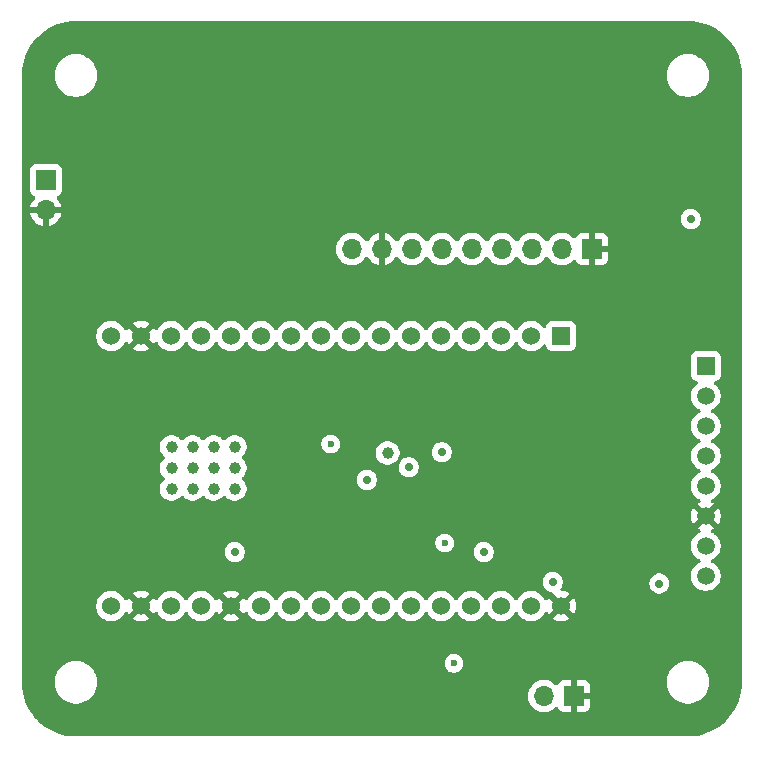
<source format=gbr>
%TF.GenerationSoftware,KiCad,Pcbnew,9.0.0*%
%TF.CreationDate,2026-01-15T12:22:10-06:00*%
%TF.ProjectId,FiltSure Prototype Three,46696c74-5375-4726-9520-50726f746f74,rev?*%
%TF.SameCoordinates,Original*%
%TF.FileFunction,Copper,L2,Inr*%
%TF.FilePolarity,Positive*%
%FSLAX46Y46*%
G04 Gerber Fmt 4.6, Leading zero omitted, Abs format (unit mm)*
G04 Created by KiCad (PCBNEW 9.0.0) date 2026-01-15 12:22:10*
%MOMM*%
%LPD*%
G01*
G04 APERTURE LIST*
%TA.AperFunction,ComponentPad*%
%ADD10R,1.700000X1.700000*%
%TD*%
%TA.AperFunction,ComponentPad*%
%ADD11O,1.700000X1.700000*%
%TD*%
%TA.AperFunction,ComponentPad*%
%ADD12R,1.524000X1.524000*%
%TD*%
%TA.AperFunction,ComponentPad*%
%ADD13C,1.524000*%
%TD*%
%TA.AperFunction,ComponentPad*%
%ADD14R,1.508000X1.508000*%
%TD*%
%TA.AperFunction,ComponentPad*%
%ADD15C,1.508000*%
%TD*%
%TA.AperFunction,ViaPad*%
%ADD16C,1.000000*%
%TD*%
%TA.AperFunction,ViaPad*%
%ADD17C,0.700000*%
%TD*%
%TA.AperFunction,ViaPad*%
%ADD18C,0.600000*%
%TD*%
G04 APERTURE END LIST*
D10*
%TO.N,VCC*%
%TO.C,J1*%
X95351600Y-76851600D03*
D11*
%TO.N,GND*%
X95351600Y-79391600D03*
%TD*%
D10*
%TO.N,GND*%
%TO.C,J2*%
X140060600Y-120544600D03*
D11*
%TO.N,Net-(J2-Pin_2)*%
X137520600Y-120544600D03*
%TD*%
D12*
%TO.N,unconnected-(U6-ESP_3V3-PadJ1_1)*%
%TO.C,U6*%
X138980600Y-90064600D03*
D13*
%TO.N,/Reset*%
X136440600Y-90064600D03*
%TO.N,/Diag_Pin*%
X133900600Y-90064600D03*
%TO.N,/Speed_Pin*%
X131360600Y-90064600D03*
%TO.N,/SCK*%
X128820600Y-90064600D03*
%TO.N,/MOSI*%
X126280600Y-90064600D03*
%TO.N,/Batt_Pin*%
X123740600Y-90064600D03*
%TO.N,unconnected-(U6-GPIO1-PadJ1_8)*%
X121200600Y-90064600D03*
%TO.N,unconnected-(U6-GPIO8-PadJ1_9)*%
X118660600Y-90064600D03*
%TO.N,unconnected-(U6-GPIO10-PadJ1_10)*%
X116120600Y-90064600D03*
%TO.N,unconnected-(U6-GPIO11-PadJ1_11)*%
X113580600Y-90064600D03*
%TO.N,/CS_VREG*%
X111040600Y-90064600D03*
%TO.N,unconnected-(U6-GPIO3-PadJ1_13)*%
X108500600Y-90064600D03*
%TO.N,+5V*%
X105960600Y-90064600D03*
%TO.N,GND*%
X103420600Y-90064600D03*
%TO.N,unconnected-(U6-NC_J1_16-PadJ1_16)*%
X100880600Y-90064600D03*
%TO.N,GND*%
X138980600Y-112924600D03*
%TO.N,unconnected-(U6-UART_TXD-PadJ3_2)*%
X136440600Y-112924600D03*
%TO.N,unconnected-(U6-UART_RXD-PadJ3_3)*%
X133900600Y-112924600D03*
%TO.N,/CS_BME*%
X131360600Y-112924600D03*
%TO.N,/CS_RFID*%
X128820600Y-112924600D03*
%TO.N,/CS_LoRa*%
X126280600Y-112924600D03*
%TO.N,/RST_LoRa*%
X123740600Y-112924600D03*
%TO.N,/RFID_RST*%
X121200600Y-112924600D03*
%TO.N,/IRQ_LoRa*%
X118660600Y-112924600D03*
%TO.N,/MISO*%
X116120600Y-112924600D03*
%TO.N,unconnected-(U6-GPIO9-PadJ3_11)*%
X113580600Y-112924600D03*
%TO.N,GND*%
X111040600Y-112924600D03*
%TO.N,unconnected-(U6-GPIO13-PadJ3_13)*%
X108500600Y-112924600D03*
%TO.N,unconnected-(U6-GPIO12-PadJ3_14)*%
X105960600Y-112924600D03*
%TO.N,GND*%
X103420600Y-112924600D03*
%TO.N,unconnected-(U6-NC_J3_16-PadJ3_16)*%
X100880600Y-112924600D03*
%TD*%
D10*
%TO.N,GND*%
%TO.C,U3*%
X141579600Y-82698600D03*
D11*
%TO.N,/MOSI*%
X139039600Y-82698600D03*
%TO.N,/MISO*%
X136499600Y-82698600D03*
%TO.N,/SCK*%
X133959600Y-82698600D03*
%TO.N,/CS_LoRa*%
X131419600Y-82698600D03*
%TO.N,/RST_LoRa*%
X128879600Y-82698600D03*
%TO.N,unconnected-(U3-DIO5-Pad7)*%
X126339600Y-82698600D03*
%TO.N,GND*%
X123799600Y-82698600D03*
%TO.N,unconnected-(U3-ANT-Pad9)*%
X121259600Y-82698600D03*
%TD*%
D14*
%TO.N,/CS_RFID*%
%TO.C,M1*%
X151231600Y-92604600D03*
D15*
%TO.N,/SCK*%
X151231600Y-95144600D03*
%TO.N,/MOSI*%
X151231600Y-97684600D03*
%TO.N,/MISO*%
X151231600Y-100224600D03*
%TO.N,unconnected-(M1-IRQ-Pad5)*%
X151231600Y-102764600D03*
%TO.N,GND*%
X151231600Y-105304600D03*
%TO.N,/RFID_RST*%
X151231600Y-107844600D03*
%TO.N,+3.3V*%
X151231600Y-110384600D03*
%TD*%
D16*
%TO.N,GND*%
X117703600Y-109876600D03*
X132181600Y-102002600D03*
X131477286Y-106378286D03*
X113639600Y-109876600D03*
X125577600Y-107082600D03*
X117703600Y-107082600D03*
X108813600Y-92350600D03*
X145389600Y-102002600D03*
X124561600Y-96668600D03*
X136753600Y-100224600D03*
X148125914Y-95340914D03*
X142341600Y-95144600D03*
X108559600Y-109876600D03*
X127609600Y-97938600D03*
X122529600Y-111146600D03*
X132160600Y-104542600D03*
X137261600Y-102002600D03*
X103733600Y-109876600D03*
X128879600Y-106066600D03*
X137261600Y-107402600D03*
X127609600Y-92096600D03*
X124852352Y-92946759D03*
X134485462Y-105756959D03*
X121513600Y-107082600D03*
X147871914Y-92800914D03*
X121513600Y-105558600D03*
X125069600Y-111146600D03*
X142145286Y-106516914D03*
X142341600Y-89556600D03*
X130403600Y-96668600D03*
X140817600Y-107402600D03*
X138648386Y-106691386D03*
D17*
X118719600Y-102002600D03*
D16*
X130403600Y-92946759D03*
X127609600Y-95398600D03*
D17*
X101447600Y-81936600D03*
D16*
%TO.N,+3.3V*%
X111353600Y-103018600D03*
X107797600Y-103018600D03*
D17*
X132435600Y-108352600D03*
D16*
X107797600Y-101240600D03*
X109575600Y-99462600D03*
X111353600Y-99462600D03*
X106019600Y-99462600D03*
X107797600Y-99462600D03*
X109575600Y-103018600D03*
D17*
X111353600Y-108352600D03*
D16*
X111353600Y-101240600D03*
X106019600Y-103018600D03*
X106019600Y-101240600D03*
X109575600Y-101240600D03*
D17*
%TO.N,/CS_BME*%
X122529600Y-102243600D03*
D16*
%TO.N,/SCK*%
X124307600Y-99970600D03*
D17*
X128879600Y-99907600D03*
D18*
%TO.N,/MISO*%
X119481600Y-99208600D03*
D17*
%TO.N,/MOSI*%
X149961600Y-80158600D03*
X126085600Y-101177600D03*
%TO.N,/CS_RFID*%
X147294600Y-111019600D03*
X138277600Y-110892600D03*
D18*
%TO.N,/Speed_Pin*%
X129908600Y-117763600D03*
X129133600Y-107590600D03*
%TD*%
%TA.AperFunction,Conductor*%
%TO.N,GND*%
G36*
X149710852Y-63387242D02*
G01*
X150100234Y-63404242D01*
X150113178Y-63405374D01*
X150496378Y-63455824D01*
X150509159Y-63458077D01*
X150886521Y-63541737D01*
X150899053Y-63545095D01*
X151196402Y-63638849D01*
X151267677Y-63661322D01*
X151279891Y-63665768D01*
X151636963Y-63813671D01*
X151648743Y-63819163D01*
X151991593Y-63997640D01*
X152002835Y-64004131D01*
X152328812Y-64211801D01*
X152339447Y-64219247D01*
X152646094Y-64454546D01*
X152656036Y-64462889D01*
X152706446Y-64509080D01*
X152940999Y-64724009D01*
X152950190Y-64733200D01*
X153211304Y-65018155D01*
X153219660Y-65028113D01*
X153454947Y-65334746D01*
X153462402Y-65345393D01*
X153670063Y-65671356D01*
X153676563Y-65682613D01*
X153855035Y-66025454D01*
X153860528Y-66037236D01*
X154008431Y-66394308D01*
X154012877Y-66406522D01*
X154129101Y-66775135D01*
X154132465Y-66787690D01*
X154216119Y-67165028D01*
X154218376Y-67177830D01*
X154268824Y-67561020D01*
X154269957Y-67573969D01*
X154286958Y-67963347D01*
X154287100Y-67969846D01*
X154287100Y-119380553D01*
X154286958Y-119387052D01*
X154269957Y-119776430D01*
X154268824Y-119789379D01*
X154218376Y-120172569D01*
X154216119Y-120185371D01*
X154132465Y-120562709D01*
X154129101Y-120575264D01*
X154012877Y-120943877D01*
X154008431Y-120956091D01*
X153860528Y-121313163D01*
X153855035Y-121324945D01*
X153676563Y-121667786D01*
X153670063Y-121679043D01*
X153462402Y-122005006D01*
X153454947Y-122015653D01*
X153219660Y-122322286D01*
X153211304Y-122332244D01*
X152950190Y-122617199D01*
X152940999Y-122626390D01*
X152656044Y-122887504D01*
X152646086Y-122895860D01*
X152339453Y-123131147D01*
X152328806Y-123138602D01*
X152002843Y-123346263D01*
X151991586Y-123352763D01*
X151648745Y-123531235D01*
X151636963Y-123536728D01*
X151279891Y-123684631D01*
X151267677Y-123689077D01*
X150899064Y-123805301D01*
X150886509Y-123808665D01*
X150509171Y-123892319D01*
X150496369Y-123894576D01*
X150113179Y-123945024D01*
X150100230Y-123946157D01*
X149710852Y-123963158D01*
X149704353Y-123963300D01*
X97894715Y-123963300D01*
X97888216Y-123963158D01*
X97498972Y-123946163D01*
X97486023Y-123945030D01*
X97102833Y-123894583D01*
X97090031Y-123892326D01*
X96712695Y-123808672D01*
X96700140Y-123805308D01*
X96331520Y-123689083D01*
X96319306Y-123684637D01*
X95962241Y-123536737D01*
X95950459Y-123531244D01*
X95607608Y-123352767D01*
X95596361Y-123346273D01*
X95270381Y-123138602D01*
X95259755Y-123131161D01*
X94953113Y-122895865D01*
X94943156Y-122887511D01*
X94658192Y-122626391D01*
X94649001Y-122617199D01*
X94529289Y-122486557D01*
X94387885Y-122332242D01*
X94379543Y-122322300D01*
X94144246Y-122015653D01*
X94136794Y-122005010D01*
X94003736Y-121796153D01*
X93929125Y-121679038D01*
X93922628Y-121667785D01*
X93874173Y-121574704D01*
X93744158Y-121324945D01*
X93738669Y-121313173D01*
X93685287Y-121184299D01*
X93590762Y-120956095D01*
X93586316Y-120943880D01*
X93470092Y-120575264D01*
X93466728Y-120562709D01*
X93427608Y-120386250D01*
X93383070Y-120185352D01*
X93380819Y-120172587D01*
X93330368Y-119789379D01*
X93329236Y-119776431D01*
X93327462Y-119735806D01*
X93312242Y-119387189D01*
X93312100Y-119380690D01*
X93312100Y-119265783D01*
X96091100Y-119265783D01*
X96091100Y-119501816D01*
X96121905Y-119735806D01*
X96121906Y-119735812D01*
X96121907Y-119735814D01*
X96182994Y-119963793D01*
X96272145Y-120179023D01*
X96273319Y-120181856D01*
X96371326Y-120351607D01*
X96391327Y-120386250D01*
X96535008Y-120573499D01*
X96701901Y-120740392D01*
X96889150Y-120884073D01*
X96916295Y-120899745D01*
X97093543Y-121002080D01*
X97093546Y-121002081D01*
X97093551Y-121002084D01*
X97311607Y-121092406D01*
X97539586Y-121153493D01*
X97539592Y-121153493D01*
X97539593Y-121153494D01*
X97603203Y-121161868D01*
X97773589Y-121184300D01*
X98009611Y-121184300D01*
X98243614Y-121153493D01*
X98471593Y-121092406D01*
X98689649Y-121002084D01*
X98894050Y-120884073D01*
X99081299Y-120740392D01*
X99248192Y-120573499D01*
X99351924Y-120438313D01*
X136170100Y-120438313D01*
X136170100Y-120650887D01*
X136203354Y-120860843D01*
X136269043Y-121063012D01*
X136330842Y-121184300D01*
X136365550Y-121252417D01*
X136365550Y-121252418D01*
X136414058Y-121319184D01*
X136490496Y-121424392D01*
X136640808Y-121574704D01*
X136812784Y-121699651D01*
X137002188Y-121796157D01*
X137204357Y-121861846D01*
X137414313Y-121895100D01*
X137414318Y-121895100D01*
X137626882Y-121895100D01*
X137626887Y-121895100D01*
X137836843Y-121861846D01*
X138039012Y-121796157D01*
X138228416Y-121699651D01*
X138400392Y-121574704D01*
X138486807Y-121488289D01*
X138553601Y-121449724D01*
X138630729Y-121449724D01*
X138697524Y-121488288D01*
X138731771Y-121541576D01*
X138767246Y-121636686D01*
X138767250Y-121636694D01*
X138853409Y-121751787D01*
X138853412Y-121751790D01*
X138968505Y-121837949D01*
X138968515Y-121837954D01*
X139103223Y-121888198D01*
X139103221Y-121888198D01*
X139162757Y-121894598D01*
X139162777Y-121894600D01*
X139810600Y-121894600D01*
X139810600Y-120977612D01*
X139867607Y-121010525D01*
X139994774Y-121044600D01*
X140126426Y-121044600D01*
X140253593Y-121010525D01*
X140310600Y-120977612D01*
X140310600Y-121894600D01*
X140958423Y-121894600D01*
X140958442Y-121894598D01*
X141017977Y-121888198D01*
X141152684Y-121837954D01*
X141152694Y-121837949D01*
X141267787Y-121751790D01*
X141267790Y-121751787D01*
X141353949Y-121636694D01*
X141353954Y-121636684D01*
X141404198Y-121501977D01*
X141410598Y-121442442D01*
X141410600Y-121442422D01*
X141410600Y-120794600D01*
X140493612Y-120794600D01*
X140526525Y-120737593D01*
X140560600Y-120610426D01*
X140560600Y-120478774D01*
X140526525Y-120351607D01*
X140493612Y-120294600D01*
X141410600Y-120294600D01*
X141410600Y-119646777D01*
X141410598Y-119646757D01*
X141404198Y-119587222D01*
X141353954Y-119452515D01*
X141353951Y-119452508D01*
X141277366Y-119350205D01*
X141277365Y-119350204D01*
X141267786Y-119337408D01*
X141172108Y-119265783D01*
X147907100Y-119265783D01*
X147907100Y-119501816D01*
X147937905Y-119735806D01*
X147937906Y-119735812D01*
X147937907Y-119735814D01*
X147998994Y-119963793D01*
X148088145Y-120179023D01*
X148089319Y-120181856D01*
X148187326Y-120351607D01*
X148207327Y-120386250D01*
X148351008Y-120573499D01*
X148517901Y-120740392D01*
X148705150Y-120884073D01*
X148732295Y-120899745D01*
X148909543Y-121002080D01*
X148909546Y-121002081D01*
X148909551Y-121002084D01*
X149127607Y-121092406D01*
X149355586Y-121153493D01*
X149355592Y-121153493D01*
X149355593Y-121153494D01*
X149419203Y-121161868D01*
X149589589Y-121184300D01*
X149825611Y-121184300D01*
X150059614Y-121153493D01*
X150287593Y-121092406D01*
X150505649Y-121002084D01*
X150710050Y-120884073D01*
X150897299Y-120740392D01*
X151064192Y-120573499D01*
X151207873Y-120386250D01*
X151325884Y-120181849D01*
X151416206Y-119963793D01*
X151477293Y-119735814D01*
X151508100Y-119501811D01*
X151508100Y-119265789D01*
X151477293Y-119031786D01*
X151416206Y-118803807D01*
X151325884Y-118585751D01*
X151325881Y-118585746D01*
X151325880Y-118585743D01*
X151260784Y-118472994D01*
X151207873Y-118381350D01*
X151064192Y-118194101D01*
X150897299Y-118027208D01*
X150710050Y-117883527D01*
X150638889Y-117842442D01*
X150505656Y-117765519D01*
X150287596Y-117675195D01*
X150287594Y-117675194D01*
X150287593Y-117675194D01*
X150059614Y-117614107D01*
X150059612Y-117614106D01*
X150059606Y-117614105D01*
X149825616Y-117583300D01*
X149825611Y-117583300D01*
X149589589Y-117583300D01*
X149589583Y-117583300D01*
X149355593Y-117614105D01*
X149127603Y-117675195D01*
X148909543Y-117765519D01*
X148705151Y-117883526D01*
X148705150Y-117883527D01*
X148517901Y-118027208D01*
X148517899Y-118027209D01*
X148517895Y-118027213D01*
X148351013Y-118194095D01*
X148207326Y-118381351D01*
X148089319Y-118585743D01*
X147998995Y-118803803D01*
X147937905Y-119031793D01*
X147907100Y-119265783D01*
X141172108Y-119265783D01*
X141152694Y-119251250D01*
X141152684Y-119251245D01*
X141017976Y-119201001D01*
X141017978Y-119201001D01*
X140958442Y-119194601D01*
X140958423Y-119194600D01*
X140310600Y-119194600D01*
X140310600Y-120111588D01*
X140253593Y-120078675D01*
X140126426Y-120044600D01*
X139994774Y-120044600D01*
X139867607Y-120078675D01*
X139810600Y-120111588D01*
X139810600Y-119194600D01*
X139162777Y-119194600D01*
X139162757Y-119194601D01*
X139103222Y-119201001D01*
X138968515Y-119251245D01*
X138968505Y-119251250D01*
X138853412Y-119337409D01*
X138853409Y-119337412D01*
X138767250Y-119452505D01*
X138767247Y-119452511D01*
X138731771Y-119547624D01*
X138687032Y-119610450D01*
X138616873Y-119642489D01*
X138540094Y-119635157D01*
X138486807Y-119600911D01*
X138400393Y-119514497D01*
X138400392Y-119514496D01*
X138228416Y-119389549D01*
X138039012Y-119293043D01*
X137836843Y-119227354D01*
X137626887Y-119194100D01*
X137414313Y-119194100D01*
X137239349Y-119221811D01*
X137204356Y-119227354D01*
X137002194Y-119293041D01*
X137002188Y-119293043D01*
X137002182Y-119293045D01*
X137002182Y-119293046D01*
X136812782Y-119389550D01*
X136812781Y-119389550D01*
X136640809Y-119514495D01*
X136640806Y-119514497D01*
X136490497Y-119664806D01*
X136490495Y-119664809D01*
X136365550Y-119836781D01*
X136365550Y-119836782D01*
X136269046Y-120026182D01*
X136269041Y-120026194D01*
X136219384Y-120179023D01*
X136203354Y-120228357D01*
X136170100Y-120438313D01*
X99351924Y-120438313D01*
X99391873Y-120386250D01*
X99401601Y-120369400D01*
X99408208Y-120357958D01*
X99477700Y-120237593D01*
X99509884Y-120181849D01*
X99600206Y-119963793D01*
X99661293Y-119735814D01*
X99692100Y-119501811D01*
X99692100Y-119265789D01*
X99661293Y-119031786D01*
X99600206Y-118803807D01*
X99509884Y-118585751D01*
X99509881Y-118585746D01*
X99509880Y-118585743D01*
X99444784Y-118472994D01*
X99391873Y-118381350D01*
X99248192Y-118194101D01*
X99081299Y-118027208D01*
X98894050Y-117883527D01*
X98760594Y-117806476D01*
X98689656Y-117765519D01*
X98494681Y-117684757D01*
X129108100Y-117684757D01*
X129108100Y-117842442D01*
X129138862Y-117997094D01*
X129138863Y-117997098D01*
X129199204Y-118142776D01*
X129199205Y-118142778D01*
X129199206Y-118142779D01*
X129286811Y-118273889D01*
X129398311Y-118385389D01*
X129529421Y-118472994D01*
X129675103Y-118533337D01*
X129829758Y-118564100D01*
X129987442Y-118564100D01*
X130142097Y-118533337D01*
X130287779Y-118472994D01*
X130418889Y-118385389D01*
X130530389Y-118273889D01*
X130617994Y-118142779D01*
X130678337Y-117997097D01*
X130709100Y-117842442D01*
X130709100Y-117684758D01*
X130678337Y-117530103D01*
X130617994Y-117384421D01*
X130530389Y-117253311D01*
X130418889Y-117141811D01*
X130287779Y-117054206D01*
X130287778Y-117054205D01*
X130287776Y-117054204D01*
X130142098Y-116993863D01*
X130142094Y-116993862D01*
X129987442Y-116963100D01*
X129829758Y-116963100D01*
X129675105Y-116993862D01*
X129675101Y-116993863D01*
X129529423Y-117054204D01*
X129398307Y-117141814D01*
X129286814Y-117253307D01*
X129199204Y-117384423D01*
X129138863Y-117530101D01*
X129138862Y-117530105D01*
X129108100Y-117684757D01*
X98494681Y-117684757D01*
X98471596Y-117675195D01*
X98471594Y-117675194D01*
X98471593Y-117675194D01*
X98243614Y-117614107D01*
X98243612Y-117614106D01*
X98243606Y-117614105D01*
X98009616Y-117583300D01*
X98009611Y-117583300D01*
X97773589Y-117583300D01*
X97773583Y-117583300D01*
X97539593Y-117614105D01*
X97311603Y-117675195D01*
X97093543Y-117765519D01*
X96889151Y-117883526D01*
X96889150Y-117883527D01*
X96701901Y-118027208D01*
X96701899Y-118027209D01*
X96701895Y-118027213D01*
X96535013Y-118194095D01*
X96391326Y-118381351D01*
X96273319Y-118585743D01*
X96182995Y-118803803D01*
X96121905Y-119031793D01*
X96091100Y-119265783D01*
X93312100Y-119265783D01*
X93312100Y-112825239D01*
X99618100Y-112825239D01*
X99618100Y-113023961D01*
X99631916Y-113111194D01*
X99649187Y-113220241D01*
X99710595Y-113409234D01*
X99771500Y-113528764D01*
X99800813Y-113586294D01*
X99917619Y-113747064D01*
X100058136Y-113887581D01*
X100218906Y-114004387D01*
X100333964Y-114063012D01*
X100395965Y-114094604D01*
X100584958Y-114156011D01*
X100584958Y-114156012D01*
X100584963Y-114156012D01*
X100584964Y-114156013D01*
X100781239Y-114187100D01*
X100781243Y-114187100D01*
X100979957Y-114187100D01*
X100979961Y-114187100D01*
X101176236Y-114156013D01*
X101176237Y-114156012D01*
X101176241Y-114156012D01*
X101176241Y-114156011D01*
X101365232Y-114094605D01*
X101542294Y-114004387D01*
X101703064Y-113887581D01*
X101843581Y-113747064D01*
X101960387Y-113586294D01*
X102018121Y-113472984D01*
X102069730Y-113415668D01*
X102143083Y-113391834D01*
X102218526Y-113407870D01*
X102275843Y-113459479D01*
X102283641Y-113472985D01*
X102341242Y-113586033D01*
X102341243Y-113586035D01*
X102368329Y-113623315D01*
X102368330Y-113623315D01*
X102931104Y-113060541D01*
X102947219Y-113120681D01*
X103014098Y-113236520D01*
X103108680Y-113331102D01*
X103224519Y-113397981D01*
X103284657Y-113414095D01*
X102721883Y-113976869D01*
X102759164Y-114003956D01*
X102759166Y-114003957D01*
X102936154Y-114094138D01*
X102936169Y-114094144D01*
X103125078Y-114155524D01*
X103321283Y-114186600D01*
X103519917Y-114186600D01*
X103716121Y-114155524D01*
X103905030Y-114094144D01*
X103905050Y-114094135D01*
X104082023Y-114003963D01*
X104082035Y-114003956D01*
X104119315Y-113976869D01*
X104119316Y-113976869D01*
X103556542Y-113414095D01*
X103616681Y-113397981D01*
X103732520Y-113331102D01*
X103827102Y-113236520D01*
X103893981Y-113120681D01*
X103910095Y-113060542D01*
X104472869Y-113623316D01*
X104472869Y-113623315D01*
X104499956Y-113586035D01*
X104499963Y-113586023D01*
X104557559Y-113472986D01*
X104609167Y-113415668D01*
X104682520Y-113391834D01*
X104757963Y-113407870D01*
X104815281Y-113459478D01*
X104823078Y-113472983D01*
X104880813Y-113586294D01*
X104997619Y-113747064D01*
X105138136Y-113887581D01*
X105298906Y-114004387D01*
X105413964Y-114063012D01*
X105475965Y-114094604D01*
X105664958Y-114156011D01*
X105664958Y-114156012D01*
X105664963Y-114156012D01*
X105664964Y-114156013D01*
X105861239Y-114187100D01*
X105861243Y-114187100D01*
X106059957Y-114187100D01*
X106059961Y-114187100D01*
X106256236Y-114156013D01*
X106256237Y-114156012D01*
X106256241Y-114156012D01*
X106256241Y-114156011D01*
X106445232Y-114094605D01*
X106622294Y-114004387D01*
X106783064Y-113887581D01*
X106923581Y-113747064D01*
X107040387Y-113586294D01*
X107097840Y-113473535D01*
X107149449Y-113416219D01*
X107222802Y-113392385D01*
X107298245Y-113408421D01*
X107355562Y-113460030D01*
X107363357Y-113473531D01*
X107420813Y-113586294D01*
X107537619Y-113747064D01*
X107678136Y-113887581D01*
X107838906Y-114004387D01*
X107953964Y-114063012D01*
X108015965Y-114094604D01*
X108204958Y-114156011D01*
X108204958Y-114156012D01*
X108204963Y-114156012D01*
X108204964Y-114156013D01*
X108401239Y-114187100D01*
X108401243Y-114187100D01*
X108599957Y-114187100D01*
X108599961Y-114187100D01*
X108796236Y-114156013D01*
X108796237Y-114156012D01*
X108796241Y-114156012D01*
X108796241Y-114156011D01*
X108985232Y-114094605D01*
X109162294Y-114004387D01*
X109323064Y-113887581D01*
X109463581Y-113747064D01*
X109580387Y-113586294D01*
X109638121Y-113472984D01*
X109689730Y-113415668D01*
X109763083Y-113391834D01*
X109838526Y-113407870D01*
X109895843Y-113459479D01*
X109903641Y-113472985D01*
X109961242Y-113586033D01*
X109961243Y-113586035D01*
X109988329Y-113623315D01*
X109988330Y-113623315D01*
X110551104Y-113060541D01*
X110567219Y-113120681D01*
X110634098Y-113236520D01*
X110728680Y-113331102D01*
X110844519Y-113397981D01*
X110904657Y-113414095D01*
X110341883Y-113976869D01*
X110379164Y-114003956D01*
X110379166Y-114003957D01*
X110556154Y-114094138D01*
X110556169Y-114094144D01*
X110745078Y-114155524D01*
X110941283Y-114186600D01*
X111139917Y-114186600D01*
X111336121Y-114155524D01*
X111525030Y-114094144D01*
X111525050Y-114094135D01*
X111702023Y-114003963D01*
X111702035Y-114003956D01*
X111739315Y-113976869D01*
X111739316Y-113976869D01*
X111176542Y-113414095D01*
X111236681Y-113397981D01*
X111352520Y-113331102D01*
X111447102Y-113236520D01*
X111513981Y-113120681D01*
X111530095Y-113060542D01*
X112092869Y-113623316D01*
X112092869Y-113623315D01*
X112119956Y-113586035D01*
X112119963Y-113586023D01*
X112177559Y-113472986D01*
X112229167Y-113415668D01*
X112302520Y-113391834D01*
X112377963Y-113407870D01*
X112435281Y-113459478D01*
X112443078Y-113472983D01*
X112500813Y-113586294D01*
X112617619Y-113747064D01*
X112758136Y-113887581D01*
X112918906Y-114004387D01*
X113033964Y-114063012D01*
X113095965Y-114094604D01*
X113284958Y-114156011D01*
X113284958Y-114156012D01*
X113284963Y-114156012D01*
X113284964Y-114156013D01*
X113481239Y-114187100D01*
X113481243Y-114187100D01*
X113679957Y-114187100D01*
X113679961Y-114187100D01*
X113876236Y-114156013D01*
X113876237Y-114156012D01*
X113876241Y-114156012D01*
X113876241Y-114156011D01*
X114065232Y-114094605D01*
X114242294Y-114004387D01*
X114403064Y-113887581D01*
X114543581Y-113747064D01*
X114660387Y-113586294D01*
X114717840Y-113473535D01*
X114769449Y-113416219D01*
X114842802Y-113392385D01*
X114918245Y-113408421D01*
X114975562Y-113460030D01*
X114983357Y-113473531D01*
X115040813Y-113586294D01*
X115157619Y-113747064D01*
X115298136Y-113887581D01*
X115458906Y-114004387D01*
X115573964Y-114063012D01*
X115635965Y-114094604D01*
X115824958Y-114156011D01*
X115824958Y-114156012D01*
X115824963Y-114156012D01*
X115824964Y-114156013D01*
X116021239Y-114187100D01*
X116021243Y-114187100D01*
X116219957Y-114187100D01*
X116219961Y-114187100D01*
X116416236Y-114156013D01*
X116416237Y-114156012D01*
X116416241Y-114156012D01*
X116416241Y-114156011D01*
X116605232Y-114094605D01*
X116782294Y-114004387D01*
X116943064Y-113887581D01*
X117083581Y-113747064D01*
X117200387Y-113586294D01*
X117257840Y-113473535D01*
X117309449Y-113416219D01*
X117382802Y-113392385D01*
X117458245Y-113408421D01*
X117515562Y-113460030D01*
X117523357Y-113473531D01*
X117580813Y-113586294D01*
X117697619Y-113747064D01*
X117838136Y-113887581D01*
X117998906Y-114004387D01*
X118113964Y-114063012D01*
X118175965Y-114094604D01*
X118364958Y-114156011D01*
X118364958Y-114156012D01*
X118364963Y-114156012D01*
X118364964Y-114156013D01*
X118561239Y-114187100D01*
X118561243Y-114187100D01*
X118759957Y-114187100D01*
X118759961Y-114187100D01*
X118956236Y-114156013D01*
X118956237Y-114156012D01*
X118956241Y-114156012D01*
X118956241Y-114156011D01*
X119145232Y-114094605D01*
X119322294Y-114004387D01*
X119483064Y-113887581D01*
X119623581Y-113747064D01*
X119740387Y-113586294D01*
X119797840Y-113473535D01*
X119849449Y-113416219D01*
X119922802Y-113392385D01*
X119998245Y-113408421D01*
X120055562Y-113460030D01*
X120063357Y-113473531D01*
X120120813Y-113586294D01*
X120237619Y-113747064D01*
X120378136Y-113887581D01*
X120538906Y-114004387D01*
X120653964Y-114063012D01*
X120715965Y-114094604D01*
X120904958Y-114156011D01*
X120904958Y-114156012D01*
X120904963Y-114156012D01*
X120904964Y-114156013D01*
X121101239Y-114187100D01*
X121101243Y-114187100D01*
X121299957Y-114187100D01*
X121299961Y-114187100D01*
X121496236Y-114156013D01*
X121496237Y-114156012D01*
X121496241Y-114156012D01*
X121496241Y-114156011D01*
X121685232Y-114094605D01*
X121862294Y-114004387D01*
X122023064Y-113887581D01*
X122163581Y-113747064D01*
X122280387Y-113586294D01*
X122337840Y-113473535D01*
X122389449Y-113416219D01*
X122462802Y-113392385D01*
X122538245Y-113408421D01*
X122595562Y-113460030D01*
X122603357Y-113473531D01*
X122660813Y-113586294D01*
X122777619Y-113747064D01*
X122918136Y-113887581D01*
X123078906Y-114004387D01*
X123193964Y-114063012D01*
X123255965Y-114094604D01*
X123444958Y-114156011D01*
X123444958Y-114156012D01*
X123444963Y-114156012D01*
X123444964Y-114156013D01*
X123641239Y-114187100D01*
X123641243Y-114187100D01*
X123839957Y-114187100D01*
X123839961Y-114187100D01*
X124036236Y-114156013D01*
X124036237Y-114156012D01*
X124036241Y-114156012D01*
X124036241Y-114156011D01*
X124225232Y-114094605D01*
X124402294Y-114004387D01*
X124563064Y-113887581D01*
X124703581Y-113747064D01*
X124820387Y-113586294D01*
X124877840Y-113473535D01*
X124929449Y-113416219D01*
X125002802Y-113392385D01*
X125078245Y-113408421D01*
X125135562Y-113460030D01*
X125143357Y-113473531D01*
X125200813Y-113586294D01*
X125317619Y-113747064D01*
X125458136Y-113887581D01*
X125618906Y-114004387D01*
X125733964Y-114063012D01*
X125795965Y-114094604D01*
X125984958Y-114156011D01*
X125984958Y-114156012D01*
X125984963Y-114156012D01*
X125984964Y-114156013D01*
X126181239Y-114187100D01*
X126181243Y-114187100D01*
X126379957Y-114187100D01*
X126379961Y-114187100D01*
X126576236Y-114156013D01*
X126576237Y-114156012D01*
X126576241Y-114156012D01*
X126576241Y-114156011D01*
X126765232Y-114094605D01*
X126942294Y-114004387D01*
X127103064Y-113887581D01*
X127243581Y-113747064D01*
X127360387Y-113586294D01*
X127417840Y-113473535D01*
X127469449Y-113416219D01*
X127542802Y-113392385D01*
X127618245Y-113408421D01*
X127675562Y-113460030D01*
X127683357Y-113473531D01*
X127740813Y-113586294D01*
X127857619Y-113747064D01*
X127998136Y-113887581D01*
X128158906Y-114004387D01*
X128273964Y-114063012D01*
X128335965Y-114094604D01*
X128524958Y-114156011D01*
X128524958Y-114156012D01*
X128524963Y-114156012D01*
X128524964Y-114156013D01*
X128721239Y-114187100D01*
X128721243Y-114187100D01*
X128919957Y-114187100D01*
X128919961Y-114187100D01*
X129116236Y-114156013D01*
X129116237Y-114156012D01*
X129116241Y-114156012D01*
X129116241Y-114156011D01*
X129305232Y-114094605D01*
X129482294Y-114004387D01*
X129643064Y-113887581D01*
X129783581Y-113747064D01*
X129900387Y-113586294D01*
X129957840Y-113473535D01*
X130009449Y-113416219D01*
X130082802Y-113392385D01*
X130158245Y-113408421D01*
X130215562Y-113460030D01*
X130223357Y-113473531D01*
X130280813Y-113586294D01*
X130397619Y-113747064D01*
X130538136Y-113887581D01*
X130698906Y-114004387D01*
X130813964Y-114063012D01*
X130875965Y-114094604D01*
X131064958Y-114156011D01*
X131064958Y-114156012D01*
X131064963Y-114156012D01*
X131064964Y-114156013D01*
X131261239Y-114187100D01*
X131261243Y-114187100D01*
X131459957Y-114187100D01*
X131459961Y-114187100D01*
X131656236Y-114156013D01*
X131656237Y-114156012D01*
X131656241Y-114156012D01*
X131656241Y-114156011D01*
X131845232Y-114094605D01*
X132022294Y-114004387D01*
X132183064Y-113887581D01*
X132323581Y-113747064D01*
X132440387Y-113586294D01*
X132497840Y-113473535D01*
X132549449Y-113416219D01*
X132622802Y-113392385D01*
X132698245Y-113408421D01*
X132755562Y-113460030D01*
X132763357Y-113473531D01*
X132820813Y-113586294D01*
X132937619Y-113747064D01*
X133078136Y-113887581D01*
X133238906Y-114004387D01*
X133353964Y-114063012D01*
X133415965Y-114094604D01*
X133604958Y-114156011D01*
X133604958Y-114156012D01*
X133604963Y-114156012D01*
X133604964Y-114156013D01*
X133801239Y-114187100D01*
X133801243Y-114187100D01*
X133999957Y-114187100D01*
X133999961Y-114187100D01*
X134196236Y-114156013D01*
X134196237Y-114156012D01*
X134196241Y-114156012D01*
X134196241Y-114156011D01*
X134385232Y-114094605D01*
X134562294Y-114004387D01*
X134723064Y-113887581D01*
X134863581Y-113747064D01*
X134980387Y-113586294D01*
X135037840Y-113473535D01*
X135089449Y-113416219D01*
X135162802Y-113392385D01*
X135238245Y-113408421D01*
X135295562Y-113460030D01*
X135303357Y-113473531D01*
X135360813Y-113586294D01*
X135477619Y-113747064D01*
X135618136Y-113887581D01*
X135778906Y-114004387D01*
X135893964Y-114063012D01*
X135955965Y-114094604D01*
X136144958Y-114156011D01*
X136144958Y-114156012D01*
X136144963Y-114156012D01*
X136144964Y-114156013D01*
X136341239Y-114187100D01*
X136341243Y-114187100D01*
X136539957Y-114187100D01*
X136539961Y-114187100D01*
X136736236Y-114156013D01*
X136736237Y-114156012D01*
X136736241Y-114156012D01*
X136736241Y-114156011D01*
X136925232Y-114094605D01*
X137102294Y-114004387D01*
X137263064Y-113887581D01*
X137403581Y-113747064D01*
X137520387Y-113586294D01*
X137578121Y-113472984D01*
X137629730Y-113415668D01*
X137703083Y-113391834D01*
X137778526Y-113407870D01*
X137835843Y-113459479D01*
X137843641Y-113472985D01*
X137901242Y-113586033D01*
X137901243Y-113586035D01*
X137928329Y-113623315D01*
X137928330Y-113623315D01*
X138491104Y-113060541D01*
X138507219Y-113120681D01*
X138574098Y-113236520D01*
X138668680Y-113331102D01*
X138784519Y-113397981D01*
X138844657Y-113414094D01*
X138281882Y-113976869D01*
X138319164Y-114003956D01*
X138319166Y-114003957D01*
X138496154Y-114094138D01*
X138496169Y-114094144D01*
X138685078Y-114155524D01*
X138881283Y-114186600D01*
X139079917Y-114186600D01*
X139276121Y-114155524D01*
X139465030Y-114094144D01*
X139465050Y-114094135D01*
X139642023Y-114003963D01*
X139642035Y-114003956D01*
X139679315Y-113976869D01*
X139679316Y-113976869D01*
X139116542Y-113414095D01*
X139176681Y-113397981D01*
X139292520Y-113331102D01*
X139387102Y-113236520D01*
X139453981Y-113120681D01*
X139470095Y-113060542D01*
X140032869Y-113623316D01*
X140032869Y-113623315D01*
X140059956Y-113586035D01*
X140059963Y-113586023D01*
X140150135Y-113409050D01*
X140150144Y-113409030D01*
X140211524Y-113220121D01*
X140242600Y-113023917D01*
X140242600Y-112825282D01*
X140211524Y-112629078D01*
X140150144Y-112440169D01*
X140150138Y-112440154D01*
X140059957Y-112263166D01*
X140059956Y-112263164D01*
X140032869Y-112225883D01*
X139470094Y-112788657D01*
X139453981Y-112728519D01*
X139387102Y-112612680D01*
X139292520Y-112518098D01*
X139176681Y-112451219D01*
X139116540Y-112435104D01*
X139679315Y-111872330D01*
X139679315Y-111872329D01*
X139642035Y-111845243D01*
X139642033Y-111845242D01*
X139465045Y-111755061D01*
X139465030Y-111755055D01*
X139276121Y-111693675D01*
X139079917Y-111662600D01*
X139064749Y-111662600D01*
X138990249Y-111642638D01*
X138935711Y-111588100D01*
X138915749Y-111513600D01*
X138935711Y-111439100D01*
X138940860Y-111430820D01*
X139031300Y-111295467D01*
X139031303Y-111295463D01*
X139095416Y-111140682D01*
X139128100Y-110976367D01*
X139128100Y-110935832D01*
X146444100Y-110935832D01*
X146444100Y-111103367D01*
X146476783Y-111267679D01*
X146540894Y-111422458D01*
X146540901Y-111422470D01*
X146633971Y-111561758D01*
X146633974Y-111561762D01*
X146752438Y-111680226D01*
X146752441Y-111680228D01*
X146891729Y-111773298D01*
X146891733Y-111773300D01*
X146891737Y-111773303D01*
X146891738Y-111773303D01*
X146891741Y-111773305D01*
X146937072Y-111792081D01*
X147046518Y-111837416D01*
X147210833Y-111870100D01*
X147378367Y-111870100D01*
X147542682Y-111837416D01*
X147697463Y-111773303D01*
X147836762Y-111680226D01*
X147955226Y-111561762D01*
X148048303Y-111422463D01*
X148112416Y-111267682D01*
X148145100Y-111103367D01*
X148145100Y-110935833D01*
X148112416Y-110771518D01*
X148059811Y-110644520D01*
X148048305Y-110616741D01*
X148048298Y-110616729D01*
X147955228Y-110477441D01*
X147955226Y-110477438D01*
X147836762Y-110358974D01*
X147823992Y-110350441D01*
X147697470Y-110265901D01*
X147697458Y-110265894D01*
X147574736Y-110215061D01*
X147542682Y-110201784D01*
X147542680Y-110201783D01*
X147542679Y-110201783D01*
X147378367Y-110169100D01*
X147210833Y-110169100D01*
X147046520Y-110201783D01*
X146891741Y-110265894D01*
X146891729Y-110265901D01*
X146752441Y-110358971D01*
X146752434Y-110358977D01*
X146633977Y-110477434D01*
X146633971Y-110477441D01*
X146540901Y-110616729D01*
X146540894Y-110616741D01*
X146476783Y-110771520D01*
X146444100Y-110935832D01*
X139128100Y-110935832D01*
X139128100Y-110808833D01*
X139095416Y-110644518D01*
X139031303Y-110489737D01*
X139023082Y-110477434D01*
X138938228Y-110350441D01*
X138938226Y-110350438D01*
X138819762Y-110231974D01*
X138774580Y-110201784D01*
X138680470Y-110138901D01*
X138680458Y-110138894D01*
X138557736Y-110088061D01*
X138525682Y-110074784D01*
X138525680Y-110074783D01*
X138525679Y-110074783D01*
X138361367Y-110042100D01*
X138193833Y-110042100D01*
X138029520Y-110074783D01*
X137874741Y-110138894D01*
X137874729Y-110138901D01*
X137735441Y-110231971D01*
X137735434Y-110231977D01*
X137616977Y-110350434D01*
X137616971Y-110350441D01*
X137523901Y-110489729D01*
X137523894Y-110489741D01*
X137459783Y-110644520D01*
X137427100Y-110808832D01*
X137427100Y-110976367D01*
X137459783Y-111140679D01*
X137523894Y-111295458D01*
X137523901Y-111295470D01*
X137614340Y-111430820D01*
X137616974Y-111434762D01*
X137735438Y-111553226D01*
X137735441Y-111553228D01*
X137874729Y-111646298D01*
X137874733Y-111646300D01*
X137874737Y-111646303D01*
X137874738Y-111646303D01*
X137874741Y-111646305D01*
X137912874Y-111662100D01*
X138029518Y-111710416D01*
X138160678Y-111736505D01*
X138229852Y-111770618D01*
X138272702Y-111834747D01*
X138276760Y-111867207D01*
X138844657Y-112435104D01*
X138784519Y-112451219D01*
X138668680Y-112518098D01*
X138574098Y-112612680D01*
X138507219Y-112728519D01*
X138491104Y-112788657D01*
X137928330Y-112225883D01*
X137928328Y-112225883D01*
X137901247Y-112263157D01*
X137901242Y-112263166D01*
X137843641Y-112376214D01*
X137792032Y-112433531D01*
X137718679Y-112457365D01*
X137643236Y-112441329D01*
X137585919Y-112389720D01*
X137578121Y-112376214D01*
X137560488Y-112341609D01*
X137520387Y-112262906D01*
X137403581Y-112102136D01*
X137263064Y-111961619D01*
X137102294Y-111844813D01*
X137044764Y-111815500D01*
X136925234Y-111754595D01*
X136736241Y-111693188D01*
X136736241Y-111693187D01*
X136627194Y-111675916D01*
X136539961Y-111662100D01*
X136341239Y-111662100D01*
X136262729Y-111674534D01*
X136144958Y-111693187D01*
X136144958Y-111693188D01*
X135955965Y-111754595D01*
X135778904Y-111844814D01*
X135618139Y-111961616D01*
X135477616Y-112102139D01*
X135360814Y-112262904D01*
X135303360Y-112375663D01*
X135251751Y-112432980D01*
X135178397Y-112456814D01*
X135102955Y-112440778D01*
X135045638Y-112389169D01*
X135037840Y-112375663D01*
X135028887Y-112358092D01*
X134980387Y-112262906D01*
X134863581Y-112102136D01*
X134723064Y-111961619D01*
X134562294Y-111844813D01*
X134504764Y-111815500D01*
X134385234Y-111754595D01*
X134196241Y-111693188D01*
X134196241Y-111693187D01*
X134087194Y-111675916D01*
X133999961Y-111662100D01*
X133801239Y-111662100D01*
X133722729Y-111674534D01*
X133604958Y-111693187D01*
X133604958Y-111693188D01*
X133415965Y-111754595D01*
X133238904Y-111844814D01*
X133078139Y-111961616D01*
X132937616Y-112102139D01*
X132820814Y-112262904D01*
X132763360Y-112375663D01*
X132711751Y-112432980D01*
X132638397Y-112456814D01*
X132562955Y-112440778D01*
X132505638Y-112389169D01*
X132497840Y-112375663D01*
X132488887Y-112358092D01*
X132440387Y-112262906D01*
X132323581Y-112102136D01*
X132183064Y-111961619D01*
X132022294Y-111844813D01*
X131964764Y-111815500D01*
X131845234Y-111754595D01*
X131656241Y-111693188D01*
X131656241Y-111693187D01*
X131547194Y-111675916D01*
X131459961Y-111662100D01*
X131261239Y-111662100D01*
X131182729Y-111674534D01*
X131064958Y-111693187D01*
X131064958Y-111693188D01*
X130875965Y-111754595D01*
X130698904Y-111844814D01*
X130538139Y-111961616D01*
X130397616Y-112102139D01*
X130280814Y-112262904D01*
X130223360Y-112375663D01*
X130171751Y-112432980D01*
X130098397Y-112456814D01*
X130022955Y-112440778D01*
X129965638Y-112389169D01*
X129957840Y-112375663D01*
X129948887Y-112358092D01*
X129900387Y-112262906D01*
X129783581Y-112102136D01*
X129643064Y-111961619D01*
X129482294Y-111844813D01*
X129424764Y-111815500D01*
X129305234Y-111754595D01*
X129116241Y-111693188D01*
X129116241Y-111693187D01*
X129007194Y-111675916D01*
X128919961Y-111662100D01*
X128721239Y-111662100D01*
X128642729Y-111674534D01*
X128524958Y-111693187D01*
X128524958Y-111693188D01*
X128335965Y-111754595D01*
X128158904Y-111844814D01*
X127998139Y-111961616D01*
X127857616Y-112102139D01*
X127740814Y-112262904D01*
X127683360Y-112375663D01*
X127631751Y-112432980D01*
X127558397Y-112456814D01*
X127482955Y-112440778D01*
X127425638Y-112389169D01*
X127417840Y-112375663D01*
X127408887Y-112358092D01*
X127360387Y-112262906D01*
X127243581Y-112102136D01*
X127103064Y-111961619D01*
X126942294Y-111844813D01*
X126884764Y-111815500D01*
X126765234Y-111754595D01*
X126576241Y-111693188D01*
X126576241Y-111693187D01*
X126467194Y-111675916D01*
X126379961Y-111662100D01*
X126181239Y-111662100D01*
X126102729Y-111674534D01*
X125984958Y-111693187D01*
X125984958Y-111693188D01*
X125795965Y-111754595D01*
X125618904Y-111844814D01*
X125458139Y-111961616D01*
X125317616Y-112102139D01*
X125200814Y-112262904D01*
X125143360Y-112375663D01*
X125091751Y-112432980D01*
X125018397Y-112456814D01*
X124942955Y-112440778D01*
X124885638Y-112389169D01*
X124877840Y-112375663D01*
X124868887Y-112358092D01*
X124820387Y-112262906D01*
X124703581Y-112102136D01*
X124563064Y-111961619D01*
X124402294Y-111844813D01*
X124344764Y-111815500D01*
X124225234Y-111754595D01*
X124036241Y-111693188D01*
X124036241Y-111693187D01*
X123927194Y-111675916D01*
X123839961Y-111662100D01*
X123641239Y-111662100D01*
X123562729Y-111674534D01*
X123444958Y-111693187D01*
X123444958Y-111693188D01*
X123255965Y-111754595D01*
X123078904Y-111844814D01*
X122918139Y-111961616D01*
X122777616Y-112102139D01*
X122660814Y-112262904D01*
X122603360Y-112375663D01*
X122551751Y-112432980D01*
X122478397Y-112456814D01*
X122402955Y-112440778D01*
X122345638Y-112389169D01*
X122337840Y-112375663D01*
X122328887Y-112358092D01*
X122280387Y-112262906D01*
X122163581Y-112102136D01*
X122023064Y-111961619D01*
X121862294Y-111844813D01*
X121804764Y-111815500D01*
X121685234Y-111754595D01*
X121496241Y-111693188D01*
X121496241Y-111693187D01*
X121387194Y-111675916D01*
X121299961Y-111662100D01*
X121101239Y-111662100D01*
X121022729Y-111674534D01*
X120904958Y-111693187D01*
X120904958Y-111693188D01*
X120715965Y-111754595D01*
X120538904Y-111844814D01*
X120378139Y-111961616D01*
X120237616Y-112102139D01*
X120120814Y-112262904D01*
X120063360Y-112375663D01*
X120011751Y-112432980D01*
X119938397Y-112456814D01*
X119862955Y-112440778D01*
X119805638Y-112389169D01*
X119797840Y-112375663D01*
X119788887Y-112358092D01*
X119740387Y-112262906D01*
X119623581Y-112102136D01*
X119483064Y-111961619D01*
X119322294Y-111844813D01*
X119264764Y-111815500D01*
X119145234Y-111754595D01*
X118956241Y-111693188D01*
X118956241Y-111693187D01*
X118847194Y-111675916D01*
X118759961Y-111662100D01*
X118561239Y-111662100D01*
X118482729Y-111674534D01*
X118364958Y-111693187D01*
X118364958Y-111693188D01*
X118175965Y-111754595D01*
X117998904Y-111844814D01*
X117838139Y-111961616D01*
X117697616Y-112102139D01*
X117580814Y-112262904D01*
X117523360Y-112375663D01*
X117471751Y-112432980D01*
X117398397Y-112456814D01*
X117322955Y-112440778D01*
X117265638Y-112389169D01*
X117257840Y-112375663D01*
X117248887Y-112358092D01*
X117200387Y-112262906D01*
X117083581Y-112102136D01*
X116943064Y-111961619D01*
X116782294Y-111844813D01*
X116724764Y-111815500D01*
X116605234Y-111754595D01*
X116416241Y-111693188D01*
X116416241Y-111693187D01*
X116307194Y-111675916D01*
X116219961Y-111662100D01*
X116021239Y-111662100D01*
X115942729Y-111674534D01*
X115824958Y-111693187D01*
X115824958Y-111693188D01*
X115635965Y-111754595D01*
X115458904Y-111844814D01*
X115298139Y-111961616D01*
X115157616Y-112102139D01*
X115040814Y-112262904D01*
X114983360Y-112375663D01*
X114931751Y-112432980D01*
X114858397Y-112456814D01*
X114782955Y-112440778D01*
X114725638Y-112389169D01*
X114717840Y-112375663D01*
X114708887Y-112358092D01*
X114660387Y-112262906D01*
X114543581Y-112102136D01*
X114403064Y-111961619D01*
X114242294Y-111844813D01*
X114184764Y-111815500D01*
X114065234Y-111754595D01*
X113876241Y-111693188D01*
X113876241Y-111693187D01*
X113767194Y-111675916D01*
X113679961Y-111662100D01*
X113481239Y-111662100D01*
X113402729Y-111674534D01*
X113284958Y-111693187D01*
X113284958Y-111693188D01*
X113095965Y-111754595D01*
X112918904Y-111844814D01*
X112758139Y-111961616D01*
X112617616Y-112102139D01*
X112500814Y-112262904D01*
X112500810Y-112262909D01*
X112443077Y-112376215D01*
X112391468Y-112433532D01*
X112318114Y-112457365D01*
X112242672Y-112441328D01*
X112185355Y-112389719D01*
X112177558Y-112376213D01*
X112119960Y-112263171D01*
X112119956Y-112263164D01*
X112092869Y-112225883D01*
X111530094Y-112788657D01*
X111513981Y-112728519D01*
X111447102Y-112612680D01*
X111352520Y-112518098D01*
X111236681Y-112451219D01*
X111176540Y-112435104D01*
X111739315Y-111872330D01*
X111739315Y-111872329D01*
X111702035Y-111845243D01*
X111702033Y-111845242D01*
X111525045Y-111755061D01*
X111525030Y-111755055D01*
X111336121Y-111693675D01*
X111139917Y-111662600D01*
X110941283Y-111662600D01*
X110745078Y-111693675D01*
X110556169Y-111755055D01*
X110556154Y-111755061D01*
X110379166Y-111845242D01*
X110379157Y-111845247D01*
X110341883Y-111872328D01*
X110341883Y-111872330D01*
X110904657Y-112435104D01*
X110844519Y-112451219D01*
X110728680Y-112518098D01*
X110634098Y-112612680D01*
X110567219Y-112728519D01*
X110551104Y-112788657D01*
X109988330Y-112225883D01*
X109988328Y-112225883D01*
X109961247Y-112263157D01*
X109961242Y-112263166D01*
X109903641Y-112376214D01*
X109852032Y-112433531D01*
X109778679Y-112457365D01*
X109703236Y-112441329D01*
X109645919Y-112389720D01*
X109638121Y-112376214D01*
X109620488Y-112341609D01*
X109580387Y-112262906D01*
X109463581Y-112102136D01*
X109323064Y-111961619D01*
X109162294Y-111844813D01*
X109104764Y-111815500D01*
X108985234Y-111754595D01*
X108796241Y-111693188D01*
X108796241Y-111693187D01*
X108687194Y-111675916D01*
X108599961Y-111662100D01*
X108401239Y-111662100D01*
X108322729Y-111674534D01*
X108204958Y-111693187D01*
X108204958Y-111693188D01*
X108015965Y-111754595D01*
X107838904Y-111844814D01*
X107678139Y-111961616D01*
X107537616Y-112102139D01*
X107420814Y-112262904D01*
X107363360Y-112375663D01*
X107311751Y-112432980D01*
X107238397Y-112456814D01*
X107162955Y-112440778D01*
X107105638Y-112389169D01*
X107097840Y-112375663D01*
X107088887Y-112358092D01*
X107040387Y-112262906D01*
X106923581Y-112102136D01*
X106783064Y-111961619D01*
X106622294Y-111844813D01*
X106564764Y-111815500D01*
X106445234Y-111754595D01*
X106256241Y-111693188D01*
X106256241Y-111693187D01*
X106147194Y-111675916D01*
X106059961Y-111662100D01*
X105861239Y-111662100D01*
X105782729Y-111674534D01*
X105664958Y-111693187D01*
X105664958Y-111693188D01*
X105475965Y-111754595D01*
X105298904Y-111844814D01*
X105138139Y-111961616D01*
X104997616Y-112102139D01*
X104880814Y-112262904D01*
X104880810Y-112262909D01*
X104823077Y-112376215D01*
X104771468Y-112433532D01*
X104698114Y-112457365D01*
X104622672Y-112441328D01*
X104565355Y-112389719D01*
X104557558Y-112376213D01*
X104499960Y-112263171D01*
X104499956Y-112263164D01*
X104472869Y-112225883D01*
X103910094Y-112788657D01*
X103893981Y-112728519D01*
X103827102Y-112612680D01*
X103732520Y-112518098D01*
X103616681Y-112451219D01*
X103556540Y-112435104D01*
X104119315Y-111872330D01*
X104119315Y-111872329D01*
X104082035Y-111845243D01*
X104082033Y-111845242D01*
X103905045Y-111755061D01*
X103905030Y-111755055D01*
X103716121Y-111693675D01*
X103519917Y-111662600D01*
X103321283Y-111662600D01*
X103125078Y-111693675D01*
X102936169Y-111755055D01*
X102936154Y-111755061D01*
X102759166Y-111845242D01*
X102759157Y-111845247D01*
X102721883Y-111872328D01*
X102721883Y-111872330D01*
X103284657Y-112435104D01*
X103224519Y-112451219D01*
X103108680Y-112518098D01*
X103014098Y-112612680D01*
X102947219Y-112728519D01*
X102931104Y-112788657D01*
X102368330Y-112225883D01*
X102368328Y-112225883D01*
X102341247Y-112263157D01*
X102341242Y-112263166D01*
X102283641Y-112376214D01*
X102232032Y-112433531D01*
X102158679Y-112457365D01*
X102083236Y-112441329D01*
X102025919Y-112389720D01*
X102018121Y-112376214D01*
X102000488Y-112341609D01*
X101960387Y-112262906D01*
X101843581Y-112102136D01*
X101703064Y-111961619D01*
X101542294Y-111844813D01*
X101484764Y-111815500D01*
X101365234Y-111754595D01*
X101176241Y-111693188D01*
X101176241Y-111693187D01*
X101067194Y-111675916D01*
X100979961Y-111662100D01*
X100781239Y-111662100D01*
X100702729Y-111674534D01*
X100584958Y-111693187D01*
X100584958Y-111693188D01*
X100395965Y-111754595D01*
X100218904Y-111844814D01*
X100058139Y-111961616D01*
X99917616Y-112102139D01*
X99800814Y-112262904D01*
X99710595Y-112439965D01*
X99649188Y-112628958D01*
X99649187Y-112628958D01*
X99633419Y-112728519D01*
X99618100Y-112825239D01*
X93312100Y-112825239D01*
X93312100Y-108268832D01*
X110503100Y-108268832D01*
X110503100Y-108436367D01*
X110535783Y-108600679D01*
X110599894Y-108755458D01*
X110599901Y-108755470D01*
X110692971Y-108894758D01*
X110692974Y-108894762D01*
X110811438Y-109013226D01*
X110811441Y-109013228D01*
X110950729Y-109106298D01*
X110950733Y-109106300D01*
X110950737Y-109106303D01*
X110950738Y-109106303D01*
X110950741Y-109106305D01*
X110989591Y-109122397D01*
X111105518Y-109170416D01*
X111269833Y-109203100D01*
X111437367Y-109203100D01*
X111601682Y-109170416D01*
X111756463Y-109106303D01*
X111895762Y-109013226D01*
X112014226Y-108894762D01*
X112107303Y-108755463D01*
X112171416Y-108600682D01*
X112204100Y-108436367D01*
X112204100Y-108268833D01*
X112171416Y-108104518D01*
X112107303Y-107949737D01*
X112014226Y-107810438D01*
X111895762Y-107691974D01*
X111800505Y-107628325D01*
X111800504Y-107628324D01*
X111756470Y-107598901D01*
X111756458Y-107598894D01*
X111633736Y-107548061D01*
X111601682Y-107534784D01*
X111601680Y-107534783D01*
X111601679Y-107534783D01*
X111485917Y-107511757D01*
X128333100Y-107511757D01*
X128333100Y-107669442D01*
X128363862Y-107824094D01*
X128363863Y-107824098D01*
X128424204Y-107969776D01*
X128424205Y-107969778D01*
X128424206Y-107969779D01*
X128511811Y-108100889D01*
X128623311Y-108212389D01*
X128754421Y-108299994D01*
X128900103Y-108360337D01*
X129054758Y-108391100D01*
X129212442Y-108391100D01*
X129367097Y-108360337D01*
X129512779Y-108299994D01*
X129559416Y-108268832D01*
X131585100Y-108268832D01*
X131585100Y-108436367D01*
X131617783Y-108600679D01*
X131681894Y-108755458D01*
X131681901Y-108755470D01*
X131774971Y-108894758D01*
X131774974Y-108894762D01*
X131893438Y-109013226D01*
X131893441Y-109013228D01*
X132032729Y-109106298D01*
X132032733Y-109106300D01*
X132032737Y-109106303D01*
X132032738Y-109106303D01*
X132032741Y-109106305D01*
X132071591Y-109122397D01*
X132187518Y-109170416D01*
X132351833Y-109203100D01*
X132519367Y-109203100D01*
X132683682Y-109170416D01*
X132838463Y-109106303D01*
X132977762Y-109013226D01*
X133096226Y-108894762D01*
X133189303Y-108755463D01*
X133253416Y-108600682D01*
X133286100Y-108436367D01*
X133286100Y-108268833D01*
X133253416Y-108104518D01*
X133189303Y-107949737D01*
X133096226Y-107810438D01*
X132977762Y-107691974D01*
X132944041Y-107669442D01*
X132838470Y-107598901D01*
X132838458Y-107598894D01*
X132715736Y-107548061D01*
X132683682Y-107534784D01*
X132683680Y-107534783D01*
X132683679Y-107534783D01*
X132519367Y-107502100D01*
X132351833Y-107502100D01*
X132187520Y-107534783D01*
X132032741Y-107598894D01*
X132032729Y-107598901D01*
X131893441Y-107691971D01*
X131893434Y-107691977D01*
X131774977Y-107810434D01*
X131774971Y-107810441D01*
X131681901Y-107949729D01*
X131681894Y-107949741D01*
X131617783Y-108104520D01*
X131585100Y-108268832D01*
X129559416Y-108268832D01*
X129643889Y-108212389D01*
X129755389Y-108100889D01*
X129842994Y-107969779D01*
X129903337Y-107824097D01*
X129934100Y-107669442D01*
X129934100Y-107511758D01*
X129903337Y-107357103D01*
X129842994Y-107211421D01*
X129755389Y-107080311D01*
X129643889Y-106968811D01*
X129512779Y-106881206D01*
X129512778Y-106881205D01*
X129512776Y-106881204D01*
X129367098Y-106820863D01*
X129367094Y-106820862D01*
X129212442Y-106790100D01*
X129054758Y-106790100D01*
X128900105Y-106820862D01*
X128900101Y-106820863D01*
X128754423Y-106881204D01*
X128623307Y-106968814D01*
X128511814Y-107080307D01*
X128424204Y-107211423D01*
X128363863Y-107357101D01*
X128363862Y-107357105D01*
X128333100Y-107511757D01*
X111485917Y-107511757D01*
X111437367Y-107502100D01*
X111269833Y-107502100D01*
X111105520Y-107534783D01*
X110950741Y-107598894D01*
X110950729Y-107598901D01*
X110811441Y-107691971D01*
X110811434Y-107691977D01*
X110692977Y-107810434D01*
X110692971Y-107810441D01*
X110599901Y-107949729D01*
X110599894Y-107949741D01*
X110535783Y-108104520D01*
X110503100Y-108268832D01*
X93312100Y-108268832D01*
X93312100Y-99364060D01*
X105019100Y-99364060D01*
X105019100Y-99561139D01*
X105057548Y-99754434D01*
X105057549Y-99754436D01*
X105132967Y-99936512D01*
X105132968Y-99936515D01*
X105181468Y-100009100D01*
X105242461Y-100100382D01*
X105242464Y-100100385D01*
X105386994Y-100244915D01*
X105385172Y-100246736D01*
X105422712Y-100299146D01*
X105430254Y-100375904D01*
X105398407Y-100446150D01*
X105386633Y-100457924D01*
X105386994Y-100458285D01*
X105242464Y-100602814D01*
X105242460Y-100602819D01*
X105132968Y-100766684D01*
X105132967Y-100766687D01*
X105057549Y-100948763D01*
X105057548Y-100948765D01*
X105039032Y-101041853D01*
X105019100Y-101142059D01*
X105019100Y-101339141D01*
X105028658Y-101387191D01*
X105057548Y-101532434D01*
X105057549Y-101532436D01*
X105132967Y-101714512D01*
X105132968Y-101714515D01*
X105205797Y-101823511D01*
X105242461Y-101878382D01*
X105242464Y-101878385D01*
X105386994Y-102022915D01*
X105385172Y-102024736D01*
X105422712Y-102077146D01*
X105430254Y-102153904D01*
X105398407Y-102224150D01*
X105386633Y-102235924D01*
X105386994Y-102236285D01*
X105242464Y-102380814D01*
X105242460Y-102380819D01*
X105132968Y-102544684D01*
X105132967Y-102544687D01*
X105057549Y-102726763D01*
X105057548Y-102726765D01*
X105030385Y-102863327D01*
X105022250Y-102904226D01*
X105019100Y-102920060D01*
X105019100Y-103117139D01*
X105057548Y-103310434D01*
X105057549Y-103310436D01*
X105132967Y-103492512D01*
X105132968Y-103492515D01*
X105192660Y-103581850D01*
X105242461Y-103656382D01*
X105381818Y-103795739D01*
X105444384Y-103837544D01*
X105545684Y-103905231D01*
X105545685Y-103905231D01*
X105545686Y-103905232D01*
X105727765Y-103980651D01*
X105921059Y-104019100D01*
X105921060Y-104019100D01*
X106118140Y-104019100D01*
X106118141Y-104019100D01*
X106311435Y-103980651D01*
X106493514Y-103905232D01*
X106657382Y-103795739D01*
X106796739Y-103656382D01*
X106796739Y-103656381D01*
X106801915Y-103651206D01*
X106803741Y-103653032D01*
X106856104Y-103615503D01*
X106932860Y-103607937D01*
X107003115Y-103639763D01*
X107014921Y-103651569D01*
X107015285Y-103651206D01*
X107020461Y-103656382D01*
X107159818Y-103795739D01*
X107222384Y-103837544D01*
X107323684Y-103905231D01*
X107323685Y-103905231D01*
X107323686Y-103905232D01*
X107505765Y-103980651D01*
X107699059Y-104019100D01*
X107699060Y-104019100D01*
X107896140Y-104019100D01*
X107896141Y-104019100D01*
X108089435Y-103980651D01*
X108271514Y-103905232D01*
X108435382Y-103795739D01*
X108574739Y-103656382D01*
X108574739Y-103656381D01*
X108579915Y-103651206D01*
X108581741Y-103653032D01*
X108634104Y-103615503D01*
X108710860Y-103607937D01*
X108781115Y-103639763D01*
X108792921Y-103651569D01*
X108793285Y-103651206D01*
X108798461Y-103656382D01*
X108937818Y-103795739D01*
X109000384Y-103837544D01*
X109101684Y-103905231D01*
X109101685Y-103905231D01*
X109101686Y-103905232D01*
X109283765Y-103980651D01*
X109477059Y-104019100D01*
X109477060Y-104019100D01*
X109674140Y-104019100D01*
X109674141Y-104019100D01*
X109867435Y-103980651D01*
X110049514Y-103905232D01*
X110213382Y-103795739D01*
X110352739Y-103656382D01*
X110352739Y-103656381D01*
X110357915Y-103651206D01*
X110359741Y-103653032D01*
X110412104Y-103615503D01*
X110488860Y-103607937D01*
X110559115Y-103639763D01*
X110570921Y-103651569D01*
X110571285Y-103651206D01*
X110576461Y-103656382D01*
X110715818Y-103795739D01*
X110778384Y-103837544D01*
X110879684Y-103905231D01*
X110879685Y-103905231D01*
X110879686Y-103905232D01*
X111061765Y-103980651D01*
X111255059Y-104019100D01*
X111255060Y-104019100D01*
X111452140Y-104019100D01*
X111452141Y-104019100D01*
X111645435Y-103980651D01*
X111827514Y-103905232D01*
X111991382Y-103795739D01*
X112130739Y-103656382D01*
X112240232Y-103492514D01*
X112315651Y-103310435D01*
X112354100Y-103117141D01*
X112354100Y-102920059D01*
X112315651Y-102726765D01*
X112240232Y-102544686D01*
X112130739Y-102380818D01*
X111991382Y-102241461D01*
X111990729Y-102241024D01*
X111985255Y-102235619D01*
X111969110Y-102208058D01*
X111950503Y-102182096D01*
X111949815Y-102175118D01*
X111946271Y-102169068D01*
X111946213Y-102159832D01*
X121679100Y-102159832D01*
X121679100Y-102327367D01*
X121711783Y-102491679D01*
X121775894Y-102646458D01*
X121775901Y-102646470D01*
X121829553Y-102726765D01*
X121868974Y-102785762D01*
X121987438Y-102904226D01*
X121987441Y-102904228D01*
X122126729Y-102997298D01*
X122126733Y-102997300D01*
X122126737Y-102997303D01*
X122126738Y-102997303D01*
X122126741Y-102997305D01*
X122172072Y-103016081D01*
X122281518Y-103061416D01*
X122445833Y-103094100D01*
X122613367Y-103094100D01*
X122777682Y-103061416D01*
X122932463Y-102997303D01*
X123071762Y-102904226D01*
X123190226Y-102785762D01*
X123283303Y-102646463D01*
X123347416Y-102491682D01*
X123380100Y-102327367D01*
X123380100Y-102159833D01*
X123347416Y-101995518D01*
X123302081Y-101886072D01*
X123283305Y-101840741D01*
X123283298Y-101840729D01*
X123190228Y-101701441D01*
X123190226Y-101701438D01*
X123071762Y-101582974D01*
X123068015Y-101580470D01*
X122932470Y-101489901D01*
X122932458Y-101489894D01*
X122809736Y-101439061D01*
X122777682Y-101425784D01*
X122777680Y-101425783D01*
X122777679Y-101425783D01*
X122613367Y-101393100D01*
X122445833Y-101393100D01*
X122281520Y-101425783D01*
X122126741Y-101489894D01*
X122126729Y-101489901D01*
X121987441Y-101582971D01*
X121987434Y-101582977D01*
X121868977Y-101701434D01*
X121868971Y-101701441D01*
X121775901Y-101840729D01*
X121775894Y-101840741D01*
X121711783Y-101995520D01*
X121679100Y-102159832D01*
X111946213Y-102159832D01*
X111946070Y-102137125D01*
X111942937Y-102105340D01*
X111945830Y-102098953D01*
X111945786Y-102091942D01*
X111961582Y-102064180D01*
X111974763Y-102035085D01*
X111982593Y-102027254D01*
X111983930Y-102024906D01*
X111986373Y-102023474D01*
X111986569Y-102023278D01*
X111986206Y-102022915D01*
X112013705Y-101995416D01*
X112130739Y-101878382D01*
X112240232Y-101714514D01*
X112315651Y-101532435D01*
X112354100Y-101339141D01*
X112354100Y-101142059D01*
X112344507Y-101093832D01*
X125235100Y-101093832D01*
X125235100Y-101261367D01*
X125260127Y-101387191D01*
X125267784Y-101425682D01*
X125281061Y-101457736D01*
X125331894Y-101580458D01*
X125331901Y-101580470D01*
X125412730Y-101701438D01*
X125424974Y-101719762D01*
X125543438Y-101838226D01*
X125543441Y-101838228D01*
X125682729Y-101931298D01*
X125682733Y-101931300D01*
X125682737Y-101931303D01*
X125682738Y-101931303D01*
X125682741Y-101931305D01*
X125721468Y-101947346D01*
X125837518Y-101995416D01*
X126001833Y-102028100D01*
X126169367Y-102028100D01*
X126333682Y-101995416D01*
X126488463Y-101931303D01*
X126627762Y-101838226D01*
X126746226Y-101719762D01*
X126839303Y-101580463D01*
X126903416Y-101425682D01*
X126936100Y-101261367D01*
X126936100Y-101093833D01*
X126903416Y-100929518D01*
X126858081Y-100820072D01*
X126839305Y-100774741D01*
X126839298Y-100774729D01*
X126746228Y-100635441D01*
X126746226Y-100635438D01*
X126627762Y-100516974D01*
X126627758Y-100516971D01*
X126488470Y-100423901D01*
X126488458Y-100423894D01*
X126365736Y-100373061D01*
X126333682Y-100359784D01*
X126333680Y-100359783D01*
X126333679Y-100359783D01*
X126169367Y-100327100D01*
X126001833Y-100327100D01*
X125837520Y-100359783D01*
X125682741Y-100423894D01*
X125682729Y-100423901D01*
X125543441Y-100516971D01*
X125543434Y-100516977D01*
X125425227Y-100635184D01*
X125425224Y-100635187D01*
X125424974Y-100635438D01*
X125331897Y-100774737D01*
X125331892Y-100774747D01*
X125331891Y-100774750D01*
X125267783Y-100929520D01*
X125235100Y-101093832D01*
X112344507Y-101093832D01*
X112315651Y-100948765D01*
X112240232Y-100766686D01*
X112227569Y-100747735D01*
X112199793Y-100706165D01*
X112130739Y-100602818D01*
X111991382Y-100463461D01*
X111986206Y-100458285D01*
X111988032Y-100456458D01*
X111950503Y-100404096D01*
X111942937Y-100327340D01*
X111974763Y-100257085D01*
X111986569Y-100245278D01*
X111986206Y-100244915D01*
X111991382Y-100239739D01*
X112130739Y-100100382D01*
X112240232Y-99936514D01*
X112315651Y-99754435D01*
X112354100Y-99561141D01*
X112354100Y-99364059D01*
X112315651Y-99170765D01*
X112298665Y-99129757D01*
X118681100Y-99129757D01*
X118681100Y-99287442D01*
X118711862Y-99442094D01*
X118711863Y-99442098D01*
X118772204Y-99587776D01*
X118772205Y-99587778D01*
X118772206Y-99587779D01*
X118859811Y-99718889D01*
X118971311Y-99830389D01*
X119102421Y-99917994D01*
X119102422Y-99917994D01*
X119102423Y-99917995D01*
X119147135Y-99936515D01*
X119248103Y-99978337D01*
X119402758Y-100009100D01*
X119560442Y-100009100D01*
X119715097Y-99978337D01*
X119860779Y-99917994D01*
X119929524Y-99872060D01*
X123307100Y-99872060D01*
X123307100Y-100069139D01*
X123345548Y-100262434D01*
X123345549Y-100262436D01*
X123420967Y-100444512D01*
X123420968Y-100444515D01*
X123493797Y-100553511D01*
X123530461Y-100608382D01*
X123669818Y-100747739D01*
X123710243Y-100774750D01*
X123833684Y-100857231D01*
X123833685Y-100857231D01*
X123833686Y-100857232D01*
X124015765Y-100932651D01*
X124209059Y-100971100D01*
X124209060Y-100971100D01*
X124406140Y-100971100D01*
X124406141Y-100971100D01*
X124599435Y-100932651D01*
X124781514Y-100857232D01*
X124945382Y-100747739D01*
X125084739Y-100608382D01*
X125194232Y-100444514D01*
X125269651Y-100262435D01*
X125308100Y-100069141D01*
X125308100Y-99872059D01*
X125298507Y-99823832D01*
X128029100Y-99823832D01*
X128029100Y-99991367D01*
X128061783Y-100155679D01*
X128125894Y-100310458D01*
X128125901Y-100310470D01*
X128218971Y-100449758D01*
X128218974Y-100449762D01*
X128337438Y-100568226D01*
X128337441Y-100568228D01*
X128476729Y-100661298D01*
X128476733Y-100661300D01*
X128476737Y-100661303D01*
X128476738Y-100661303D01*
X128476741Y-100661305D01*
X128522072Y-100680081D01*
X128631518Y-100725416D01*
X128795833Y-100758100D01*
X128963367Y-100758100D01*
X129127682Y-100725416D01*
X129282463Y-100661303D01*
X129421762Y-100568226D01*
X129540226Y-100449762D01*
X129633303Y-100310463D01*
X129697416Y-100155682D01*
X129730100Y-99991367D01*
X129730100Y-99823833D01*
X129697416Y-99659518D01*
X129633303Y-99504737D01*
X129627923Y-99496686D01*
X129540228Y-99365441D01*
X129540226Y-99365438D01*
X129421762Y-99246974D01*
X129421758Y-99246971D01*
X129282470Y-99153901D01*
X129282458Y-99153894D01*
X129159736Y-99103061D01*
X129127682Y-99089784D01*
X129127680Y-99089783D01*
X129127679Y-99089783D01*
X128963367Y-99057100D01*
X128795833Y-99057100D01*
X128631520Y-99089783D01*
X128476741Y-99153894D01*
X128476729Y-99153901D01*
X128337441Y-99246971D01*
X128337434Y-99246977D01*
X128218977Y-99365434D01*
X128218971Y-99365441D01*
X128125901Y-99504729D01*
X128125894Y-99504741D01*
X128061783Y-99659520D01*
X128029100Y-99823832D01*
X125298507Y-99823832D01*
X125269651Y-99678765D01*
X125194232Y-99496686D01*
X125084739Y-99332818D01*
X124945382Y-99193461D01*
X124850044Y-99129758D01*
X124781515Y-99083968D01*
X124781512Y-99083967D01*
X124599436Y-99008549D01*
X124599434Y-99008548D01*
X124444589Y-98977747D01*
X124406141Y-98970100D01*
X124209059Y-98970100D01*
X124176989Y-98976478D01*
X124015765Y-99008548D01*
X124015763Y-99008549D01*
X123833687Y-99083967D01*
X123833684Y-99083968D01*
X123669819Y-99193460D01*
X123669814Y-99193464D01*
X123530464Y-99332814D01*
X123530460Y-99332819D01*
X123420968Y-99496684D01*
X123420967Y-99496687D01*
X123345549Y-99678763D01*
X123345548Y-99678765D01*
X123307100Y-99872060D01*
X119929524Y-99872060D01*
X119991889Y-99830389D01*
X120103389Y-99718889D01*
X120190994Y-99587779D01*
X120251337Y-99442097D01*
X120282100Y-99287442D01*
X120282100Y-99129758D01*
X120251337Y-98975103D01*
X120195959Y-98841407D01*
X120190995Y-98829423D01*
X120187918Y-98824818D01*
X120103389Y-98698311D01*
X119991889Y-98586811D01*
X119860779Y-98499206D01*
X119860778Y-98499205D01*
X119860776Y-98499204D01*
X119715098Y-98438863D01*
X119715094Y-98438862D01*
X119560442Y-98408100D01*
X119402758Y-98408100D01*
X119248105Y-98438862D01*
X119248101Y-98438863D01*
X119102423Y-98499204D01*
X118971307Y-98586814D01*
X118859814Y-98698307D01*
X118772204Y-98829423D01*
X118711863Y-98975101D01*
X118711862Y-98975105D01*
X118681100Y-99129757D01*
X112298665Y-99129757D01*
X112240232Y-98988686D01*
X112231157Y-98975105D01*
X112186460Y-98908210D01*
X112130739Y-98824818D01*
X111991382Y-98685461D01*
X111925555Y-98641477D01*
X111827515Y-98575968D01*
X111827512Y-98575967D01*
X111645436Y-98500549D01*
X111645434Y-98500548D01*
X111490589Y-98469747D01*
X111452141Y-98462100D01*
X111255059Y-98462100D01*
X111222989Y-98468478D01*
X111061765Y-98500548D01*
X111061763Y-98500549D01*
X110879687Y-98575967D01*
X110879684Y-98575968D01*
X110715819Y-98685460D01*
X110715814Y-98685464D01*
X110571285Y-98829994D01*
X110569463Y-98828172D01*
X110517054Y-98865712D01*
X110440296Y-98873254D01*
X110370050Y-98841407D01*
X110358276Y-98829633D01*
X110357915Y-98829994D01*
X110213385Y-98685464D01*
X110213382Y-98685461D01*
X110147555Y-98641477D01*
X110049515Y-98575968D01*
X110049512Y-98575967D01*
X109867436Y-98500549D01*
X109867434Y-98500548D01*
X109712589Y-98469747D01*
X109674141Y-98462100D01*
X109477059Y-98462100D01*
X109444989Y-98468478D01*
X109283765Y-98500548D01*
X109283763Y-98500549D01*
X109101687Y-98575967D01*
X109101684Y-98575968D01*
X108937819Y-98685460D01*
X108937814Y-98685464D01*
X108793285Y-98829994D01*
X108791463Y-98828172D01*
X108739054Y-98865712D01*
X108662296Y-98873254D01*
X108592050Y-98841407D01*
X108580276Y-98829633D01*
X108579915Y-98829994D01*
X108435385Y-98685464D01*
X108435382Y-98685461D01*
X108369555Y-98641477D01*
X108271515Y-98575968D01*
X108271512Y-98575967D01*
X108089436Y-98500549D01*
X108089434Y-98500548D01*
X107934589Y-98469747D01*
X107896141Y-98462100D01*
X107699059Y-98462100D01*
X107666989Y-98468478D01*
X107505765Y-98500548D01*
X107505763Y-98500549D01*
X107323687Y-98575967D01*
X107323684Y-98575968D01*
X107159819Y-98685460D01*
X107159814Y-98685464D01*
X107015285Y-98829994D01*
X107013463Y-98828172D01*
X106961054Y-98865712D01*
X106884296Y-98873254D01*
X106814050Y-98841407D01*
X106802276Y-98829633D01*
X106801915Y-98829994D01*
X106657385Y-98685464D01*
X106657382Y-98685461D01*
X106591555Y-98641477D01*
X106493515Y-98575968D01*
X106493512Y-98575967D01*
X106311436Y-98500549D01*
X106311434Y-98500548D01*
X106156589Y-98469747D01*
X106118141Y-98462100D01*
X105921059Y-98462100D01*
X105888989Y-98468478D01*
X105727765Y-98500548D01*
X105727763Y-98500549D01*
X105545687Y-98575967D01*
X105545684Y-98575968D01*
X105381819Y-98685460D01*
X105381814Y-98685464D01*
X105242464Y-98824814D01*
X105242460Y-98824819D01*
X105132968Y-98988684D01*
X105132967Y-98988687D01*
X105057549Y-99170763D01*
X105057548Y-99170765D01*
X105019100Y-99364060D01*
X93312100Y-99364060D01*
X93312100Y-91802714D01*
X149977100Y-91802714D01*
X149977100Y-93406463D01*
X149977102Y-93406488D01*
X149983508Y-93466078D01*
X149983509Y-93466084D01*
X150033802Y-93600929D01*
X150033804Y-93600933D01*
X150120052Y-93716144D01*
X150120055Y-93716147D01*
X150235266Y-93802395D01*
X150235270Y-93802397D01*
X150370114Y-93852690D01*
X150370117Y-93852691D01*
X150425767Y-93858674D01*
X150497707Y-93886485D01*
X150546103Y-93946539D01*
X150557987Y-94022746D01*
X150530176Y-94094686D01*
X150497422Y-94127363D01*
X150414352Y-94187717D01*
X150414346Y-94187722D01*
X150274722Y-94327346D01*
X150274720Y-94327349D01*
X150158657Y-94487096D01*
X150158654Y-94487102D01*
X150069010Y-94663034D01*
X150007991Y-94850831D01*
X150007990Y-94850831D01*
X149987396Y-94980858D01*
X149977100Y-95045869D01*
X149977100Y-95243331D01*
X149990828Y-95330011D01*
X150007990Y-95438368D01*
X150069010Y-95626165D01*
X150155478Y-95795864D01*
X150158656Y-95802101D01*
X150274721Y-95961852D01*
X150414348Y-96101479D01*
X150574099Y-96217544D01*
X150627156Y-96244578D01*
X150700286Y-96281841D01*
X150757603Y-96333450D01*
X150781436Y-96406803D01*
X150765399Y-96482246D01*
X150713790Y-96539563D01*
X150700286Y-96547359D01*
X150574102Y-96611654D01*
X150574096Y-96611657D01*
X150414349Y-96727720D01*
X150414346Y-96727722D01*
X150274722Y-96867346D01*
X150274720Y-96867349D01*
X150158657Y-97027096D01*
X150158654Y-97027102D01*
X150069010Y-97203034D01*
X150007991Y-97390831D01*
X150007990Y-97390831D01*
X149987396Y-97520858D01*
X149977100Y-97585869D01*
X149977100Y-97783331D01*
X149990828Y-97870011D01*
X150007990Y-97978368D01*
X150069010Y-98166165D01*
X150155478Y-98335864D01*
X150158656Y-98342101D01*
X150274721Y-98501852D01*
X150414348Y-98641479D01*
X150574099Y-98757544D01*
X150627156Y-98784578D01*
X150700286Y-98821841D01*
X150757603Y-98873450D01*
X150781436Y-98946803D01*
X150765399Y-99022246D01*
X150713790Y-99079563D01*
X150700286Y-99087359D01*
X150574102Y-99151654D01*
X150574096Y-99151657D01*
X150414349Y-99267720D01*
X150414346Y-99267722D01*
X150274722Y-99407346D01*
X150274720Y-99407349D01*
X150158657Y-99567096D01*
X150158654Y-99567102D01*
X150069010Y-99743034D01*
X150007991Y-99930831D01*
X150007990Y-99930831D01*
X149995594Y-100009100D01*
X149977100Y-100125869D01*
X149977100Y-100323331D01*
X149982874Y-100359784D01*
X150007990Y-100518368D01*
X150069010Y-100706165D01*
X150158654Y-100882097D01*
X150158657Y-100882103D01*
X150195382Y-100932650D01*
X150274721Y-101041852D01*
X150414348Y-101181479D01*
X150574099Y-101297544D01*
X150627156Y-101324578D01*
X150700286Y-101361841D01*
X150757603Y-101413450D01*
X150781436Y-101486803D01*
X150765399Y-101562246D01*
X150713790Y-101619563D01*
X150700286Y-101627359D01*
X150574102Y-101691654D01*
X150574096Y-101691657D01*
X150414349Y-101807720D01*
X150414346Y-101807722D01*
X150274722Y-101947346D01*
X150274720Y-101947349D01*
X150158657Y-102107096D01*
X150158654Y-102107102D01*
X150069010Y-102283034D01*
X150007991Y-102470831D01*
X150007990Y-102470831D01*
X149996293Y-102544686D01*
X149977100Y-102665869D01*
X149977100Y-102863331D01*
X149986085Y-102920059D01*
X150007990Y-103058368D01*
X150069010Y-103246165D01*
X150101759Y-103310436D01*
X150158656Y-103422101D01*
X150274721Y-103581852D01*
X150414348Y-103721479D01*
X150516559Y-103795739D01*
X150574096Y-103837542D01*
X150574097Y-103837543D01*
X150700835Y-103902120D01*
X150758152Y-103953730D01*
X150781986Y-104027083D01*
X150765950Y-104102525D01*
X150714340Y-104159842D01*
X150700836Y-104167639D01*
X150574362Y-104232082D01*
X150538610Y-104258056D01*
X150538610Y-104258057D01*
X151102190Y-104821637D01*
X151038607Y-104838675D01*
X150924593Y-104904501D01*
X150831501Y-104997593D01*
X150765675Y-105111607D01*
X150748637Y-105175190D01*
X150185057Y-104611610D01*
X150185056Y-104611610D01*
X150159083Y-104647360D01*
X150069472Y-104823228D01*
X150008478Y-105010948D01*
X150008477Y-105010948D01*
X149977600Y-105205912D01*
X149977600Y-105403287D01*
X150008477Y-105598251D01*
X150069472Y-105785971D01*
X150159084Y-105961840D01*
X150185057Y-105997588D01*
X150748637Y-105434008D01*
X150765675Y-105497593D01*
X150831501Y-105611607D01*
X150924593Y-105704699D01*
X151038607Y-105770525D01*
X151102190Y-105787562D01*
X150538610Y-106351142D01*
X150574359Y-106377115D01*
X150574359Y-106377116D01*
X150700835Y-106441559D01*
X150758152Y-106493168D01*
X150781986Y-106566521D01*
X150765950Y-106641964D01*
X150714341Y-106699281D01*
X150700836Y-106707078D01*
X150574102Y-106771653D01*
X150574096Y-106771657D01*
X150414349Y-106887720D01*
X150414346Y-106887722D01*
X150274722Y-107027346D01*
X150274720Y-107027349D01*
X150158657Y-107187096D01*
X150158654Y-107187102D01*
X150069010Y-107363034D01*
X150007991Y-107550831D01*
X150007990Y-107550831D01*
X149989205Y-107669442D01*
X149977100Y-107745869D01*
X149977100Y-107943331D01*
X149981289Y-107969779D01*
X150007990Y-108138368D01*
X150069010Y-108326165D01*
X150102097Y-108391100D01*
X150158656Y-108502101D01*
X150274721Y-108661852D01*
X150414348Y-108801479D01*
X150574099Y-108917544D01*
X150627156Y-108944578D01*
X150700286Y-108981841D01*
X150757603Y-109033450D01*
X150781436Y-109106803D01*
X150765399Y-109182246D01*
X150713790Y-109239563D01*
X150700286Y-109247359D01*
X150574102Y-109311654D01*
X150574096Y-109311657D01*
X150414349Y-109427720D01*
X150414346Y-109427722D01*
X150274722Y-109567346D01*
X150274720Y-109567349D01*
X150158657Y-109727096D01*
X150158654Y-109727102D01*
X150069010Y-109903034D01*
X150007991Y-110090831D01*
X150007990Y-110090831D01*
X150000377Y-110138901D01*
X149977100Y-110285869D01*
X149977100Y-110483331D01*
X149990828Y-110570011D01*
X150007990Y-110678368D01*
X150069010Y-110866165D01*
X150125162Y-110976367D01*
X150158656Y-111042101D01*
X150274721Y-111201852D01*
X150414348Y-111341479D01*
X150574099Y-111457544D01*
X150660509Y-111501573D01*
X150750034Y-111547189D01*
X150750036Y-111547189D01*
X150750039Y-111547191D01*
X150875945Y-111588100D01*
X150937831Y-111608208D01*
X150937831Y-111608209D01*
X150937836Y-111608209D01*
X150937837Y-111608210D01*
X151132869Y-111639100D01*
X151132873Y-111639100D01*
X151330327Y-111639100D01*
X151330331Y-111639100D01*
X151525363Y-111608210D01*
X151525364Y-111608209D01*
X151525368Y-111608209D01*
X151525368Y-111608208D01*
X151713161Y-111547191D01*
X151889101Y-111457544D01*
X152048852Y-111341479D01*
X152188479Y-111201852D01*
X152304544Y-111042101D01*
X152394191Y-110866161D01*
X152455208Y-110678368D01*
X152455209Y-110678368D01*
X152460570Y-110644520D01*
X152486100Y-110483331D01*
X152486100Y-110285869D01*
X152455210Y-110090837D01*
X152455209Y-110090836D01*
X152455209Y-110090831D01*
X152394189Y-109903034D01*
X152348573Y-109813509D01*
X152304544Y-109727099D01*
X152188479Y-109567348D01*
X152048852Y-109427721D01*
X151889101Y-109311656D01*
X151762913Y-109247359D01*
X151705597Y-109195751D01*
X151681763Y-109122397D01*
X151697799Y-109046955D01*
X151749408Y-108989638D01*
X151762909Y-108981842D01*
X151889101Y-108917544D01*
X152048852Y-108801479D01*
X152188479Y-108661852D01*
X152304544Y-108502101D01*
X152394191Y-108326161D01*
X152455208Y-108138368D01*
X152455209Y-108138368D01*
X152460570Y-108104520D01*
X152486100Y-107943331D01*
X152486100Y-107745869D01*
X152455210Y-107550837D01*
X152455209Y-107550836D01*
X152455209Y-107550831D01*
X152394189Y-107363034D01*
X152348573Y-107273509D01*
X152304544Y-107187099D01*
X152188479Y-107027348D01*
X152048852Y-106887721D01*
X151956828Y-106820862D01*
X151889103Y-106771657D01*
X151889097Y-106771653D01*
X151762363Y-106707078D01*
X151705046Y-106655469D01*
X151681213Y-106582116D01*
X151697250Y-106506673D01*
X151748859Y-106449356D01*
X151762365Y-106441559D01*
X151888830Y-106377121D01*
X151888833Y-106377120D01*
X151924587Y-106351141D01*
X151361009Y-105787562D01*
X151424593Y-105770525D01*
X151538607Y-105704699D01*
X151631699Y-105611607D01*
X151697525Y-105497593D01*
X151714562Y-105434008D01*
X152278141Y-105997587D01*
X152304119Y-105961834D01*
X152393727Y-105785971D01*
X152454721Y-105598251D01*
X152454722Y-105598251D01*
X152485600Y-105403287D01*
X152485600Y-105205912D01*
X152454722Y-105010948D01*
X152393727Y-104823228D01*
X152304115Y-104647359D01*
X152278142Y-104611610D01*
X151714562Y-105175189D01*
X151697525Y-105111607D01*
X151631699Y-104997593D01*
X151538607Y-104904501D01*
X151424593Y-104838675D01*
X151361007Y-104821637D01*
X151924588Y-104258057D01*
X151924588Y-104258056D01*
X151888840Y-104232084D01*
X151888840Y-104232083D01*
X151762364Y-104167640D01*
X151705047Y-104116030D01*
X151681213Y-104042677D01*
X151697249Y-103967235D01*
X151748859Y-103909918D01*
X151762356Y-103902124D01*
X151889101Y-103837544D01*
X152048852Y-103721479D01*
X152188479Y-103581852D01*
X152304544Y-103422101D01*
X152394191Y-103246161D01*
X152455208Y-103058368D01*
X152455209Y-103058368D01*
X152455210Y-103058363D01*
X152486100Y-102863331D01*
X152486100Y-102665869D01*
X152455210Y-102470837D01*
X152455209Y-102470836D01*
X152455209Y-102470831D01*
X152394189Y-102283034D01*
X152336119Y-102169068D01*
X152304544Y-102107099D01*
X152188479Y-101947348D01*
X152048852Y-101807721D01*
X151889101Y-101691656D01*
X151762913Y-101627359D01*
X151705597Y-101575751D01*
X151681763Y-101502397D01*
X151697799Y-101426955D01*
X151749408Y-101369638D01*
X151762909Y-101361842D01*
X151889101Y-101297544D01*
X152048852Y-101181479D01*
X152188479Y-101041852D01*
X152304544Y-100882101D01*
X152394191Y-100706161D01*
X152455208Y-100518368D01*
X152455209Y-100518368D01*
X152455210Y-100518363D01*
X152486100Y-100323331D01*
X152486100Y-100125869D01*
X152455210Y-99930837D01*
X152455209Y-99930836D01*
X152455209Y-99930831D01*
X152397894Y-99754436D01*
X152394191Y-99743039D01*
X152394189Y-99743036D01*
X152394189Y-99743034D01*
X152315081Y-99587779D01*
X152304544Y-99567099D01*
X152188479Y-99407348D01*
X152048852Y-99267721D01*
X151889101Y-99151656D01*
X151762913Y-99087359D01*
X151705597Y-99035751D01*
X151681763Y-98962397D01*
X151697799Y-98886955D01*
X151749408Y-98829638D01*
X151762909Y-98821842D01*
X151889101Y-98757544D01*
X152048852Y-98641479D01*
X152188479Y-98501852D01*
X152304544Y-98342101D01*
X152394191Y-98166161D01*
X152455208Y-97978368D01*
X152455209Y-97978368D01*
X152455210Y-97978363D01*
X152486100Y-97783331D01*
X152486100Y-97585869D01*
X152455210Y-97390837D01*
X152455209Y-97390836D01*
X152455209Y-97390831D01*
X152394189Y-97203034D01*
X152348573Y-97113509D01*
X152304544Y-97027099D01*
X152188479Y-96867348D01*
X152048852Y-96727721D01*
X151889101Y-96611656D01*
X151762913Y-96547359D01*
X151705597Y-96495751D01*
X151681763Y-96422397D01*
X151697799Y-96346955D01*
X151749408Y-96289638D01*
X151762909Y-96281842D01*
X151889101Y-96217544D01*
X152048852Y-96101479D01*
X152188479Y-95961852D01*
X152304544Y-95802101D01*
X152394191Y-95626161D01*
X152455208Y-95438368D01*
X152455209Y-95438368D01*
X152455210Y-95438363D01*
X152486100Y-95243331D01*
X152486100Y-95045869D01*
X152455210Y-94850837D01*
X152455209Y-94850836D01*
X152455209Y-94850831D01*
X152394189Y-94663034D01*
X152348573Y-94573509D01*
X152304544Y-94487099D01*
X152188479Y-94327348D01*
X152048852Y-94187721D01*
X151965776Y-94127363D01*
X151917238Y-94067423D01*
X151905172Y-93991244D01*
X151932812Y-93919239D01*
X151992752Y-93870701D01*
X152037423Y-93858674D01*
X152093083Y-93852691D01*
X152160507Y-93827543D01*
X152227929Y-93802397D01*
X152227933Y-93802395D01*
X152285538Y-93759271D01*
X152343146Y-93716146D01*
X152429396Y-93600931D01*
X152479691Y-93466083D01*
X152481423Y-93449970D01*
X152486099Y-93406485D01*
X152486099Y-93406482D01*
X152486100Y-93406473D01*
X152486099Y-91802728D01*
X152479691Y-91743117D01*
X152465188Y-91704233D01*
X152429397Y-91608270D01*
X152429395Y-91608266D01*
X152343147Y-91493055D01*
X152343144Y-91493052D01*
X152227933Y-91406804D01*
X152227929Y-91406802D01*
X152093082Y-91356508D01*
X152033476Y-91350100D01*
X150429736Y-91350100D01*
X150429711Y-91350102D01*
X150370121Y-91356508D01*
X150370115Y-91356509D01*
X150235270Y-91406802D01*
X150235266Y-91406804D01*
X150120055Y-91493052D01*
X150120052Y-91493055D01*
X150033804Y-91608266D01*
X150033802Y-91608270D01*
X149983508Y-91743117D01*
X149977100Y-91802714D01*
X93312100Y-91802714D01*
X93312100Y-89965239D01*
X99618100Y-89965239D01*
X99618100Y-90163961D01*
X99631916Y-90251194D01*
X99649187Y-90360241D01*
X99710595Y-90549234D01*
X99771500Y-90668764D01*
X99800813Y-90726294D01*
X99917619Y-90887064D01*
X100058136Y-91027581D01*
X100218906Y-91144387D01*
X100333964Y-91203012D01*
X100395965Y-91234604D01*
X100395967Y-91234604D01*
X100395968Y-91234605D01*
X100506125Y-91270397D01*
X100584958Y-91296011D01*
X100584958Y-91296012D01*
X100584963Y-91296012D01*
X100584964Y-91296013D01*
X100781239Y-91327100D01*
X100781243Y-91327100D01*
X100979957Y-91327100D01*
X100979961Y-91327100D01*
X101176236Y-91296013D01*
X101176237Y-91296012D01*
X101176241Y-91296012D01*
X101176241Y-91296011D01*
X101365232Y-91234605D01*
X101542294Y-91144387D01*
X101703064Y-91027581D01*
X101843581Y-90887064D01*
X101960387Y-90726294D01*
X102018121Y-90612984D01*
X102069730Y-90555668D01*
X102143083Y-90531834D01*
X102218526Y-90547870D01*
X102275843Y-90599479D01*
X102283641Y-90612985D01*
X102341242Y-90726033D01*
X102341243Y-90726035D01*
X102368329Y-90763315D01*
X102368330Y-90763315D01*
X102931104Y-90200541D01*
X102947219Y-90260681D01*
X103014098Y-90376520D01*
X103108680Y-90471102D01*
X103224519Y-90537981D01*
X103284657Y-90554095D01*
X102721883Y-91116869D01*
X102759164Y-91143956D01*
X102759166Y-91143957D01*
X102936154Y-91234138D01*
X102936169Y-91234144D01*
X103125078Y-91295524D01*
X103321283Y-91326600D01*
X103519917Y-91326600D01*
X103716121Y-91295524D01*
X103905030Y-91234144D01*
X103905050Y-91234135D01*
X104082023Y-91143963D01*
X104082035Y-91143956D01*
X104119315Y-91116869D01*
X104119316Y-91116869D01*
X103556542Y-90554095D01*
X103616681Y-90537981D01*
X103732520Y-90471102D01*
X103827102Y-90376520D01*
X103893981Y-90260681D01*
X103910095Y-90200542D01*
X104472869Y-90763316D01*
X104472869Y-90763315D01*
X104499956Y-90726035D01*
X104499963Y-90726023D01*
X104557559Y-90612986D01*
X104609167Y-90555668D01*
X104682520Y-90531834D01*
X104757963Y-90547870D01*
X104815281Y-90599478D01*
X104823078Y-90612983D01*
X104880813Y-90726294D01*
X104997619Y-90887064D01*
X105138136Y-91027581D01*
X105298906Y-91144387D01*
X105413964Y-91203012D01*
X105475965Y-91234604D01*
X105475967Y-91234604D01*
X105475968Y-91234605D01*
X105586125Y-91270397D01*
X105664958Y-91296011D01*
X105664958Y-91296012D01*
X105664963Y-91296012D01*
X105664964Y-91296013D01*
X105861239Y-91327100D01*
X105861243Y-91327100D01*
X106059957Y-91327100D01*
X106059961Y-91327100D01*
X106256236Y-91296013D01*
X106256237Y-91296012D01*
X106256241Y-91296012D01*
X106256241Y-91296011D01*
X106445232Y-91234605D01*
X106622294Y-91144387D01*
X106783064Y-91027581D01*
X106923581Y-90887064D01*
X107040387Y-90726294D01*
X107097840Y-90613535D01*
X107149449Y-90556219D01*
X107222802Y-90532385D01*
X107298245Y-90548421D01*
X107355562Y-90600030D01*
X107363357Y-90613531D01*
X107420813Y-90726294D01*
X107537619Y-90887064D01*
X107678136Y-91027581D01*
X107838906Y-91144387D01*
X107953964Y-91203012D01*
X108015965Y-91234604D01*
X108015967Y-91234604D01*
X108015968Y-91234605D01*
X108126125Y-91270397D01*
X108204958Y-91296011D01*
X108204958Y-91296012D01*
X108204963Y-91296012D01*
X108204964Y-91296013D01*
X108401239Y-91327100D01*
X108401243Y-91327100D01*
X108599957Y-91327100D01*
X108599961Y-91327100D01*
X108796236Y-91296013D01*
X108796237Y-91296012D01*
X108796241Y-91296012D01*
X108796241Y-91296011D01*
X108985232Y-91234605D01*
X109162294Y-91144387D01*
X109323064Y-91027581D01*
X109463581Y-90887064D01*
X109580387Y-90726294D01*
X109637840Y-90613535D01*
X109689449Y-90556219D01*
X109762802Y-90532385D01*
X109838245Y-90548421D01*
X109895562Y-90600030D01*
X109903357Y-90613531D01*
X109960813Y-90726294D01*
X110077619Y-90887064D01*
X110218136Y-91027581D01*
X110378906Y-91144387D01*
X110493964Y-91203012D01*
X110555965Y-91234604D01*
X110555967Y-91234604D01*
X110555968Y-91234605D01*
X110666125Y-91270397D01*
X110744958Y-91296011D01*
X110744958Y-91296012D01*
X110744963Y-91296012D01*
X110744964Y-91296013D01*
X110941239Y-91327100D01*
X110941243Y-91327100D01*
X111139957Y-91327100D01*
X111139961Y-91327100D01*
X111336236Y-91296013D01*
X111336237Y-91296012D01*
X111336241Y-91296012D01*
X111336241Y-91296011D01*
X111525232Y-91234605D01*
X111702294Y-91144387D01*
X111863064Y-91027581D01*
X112003581Y-90887064D01*
X112120387Y-90726294D01*
X112177840Y-90613535D01*
X112229449Y-90556219D01*
X112302802Y-90532385D01*
X112378245Y-90548421D01*
X112435562Y-90600030D01*
X112443357Y-90613531D01*
X112500813Y-90726294D01*
X112617619Y-90887064D01*
X112758136Y-91027581D01*
X112918906Y-91144387D01*
X113033964Y-91203012D01*
X113095965Y-91234604D01*
X113095967Y-91234604D01*
X113095968Y-91234605D01*
X113206125Y-91270397D01*
X113284958Y-91296011D01*
X113284958Y-91296012D01*
X113284963Y-91296012D01*
X113284964Y-91296013D01*
X113481239Y-91327100D01*
X113481243Y-91327100D01*
X113679957Y-91327100D01*
X113679961Y-91327100D01*
X113876236Y-91296013D01*
X113876237Y-91296012D01*
X113876241Y-91296012D01*
X113876241Y-91296011D01*
X114065232Y-91234605D01*
X114242294Y-91144387D01*
X114403064Y-91027581D01*
X114543581Y-90887064D01*
X114660387Y-90726294D01*
X114717840Y-90613535D01*
X114769449Y-90556219D01*
X114842802Y-90532385D01*
X114918245Y-90548421D01*
X114975562Y-90600030D01*
X114983357Y-90613531D01*
X115040813Y-90726294D01*
X115157619Y-90887064D01*
X115298136Y-91027581D01*
X115458906Y-91144387D01*
X115573964Y-91203012D01*
X115635965Y-91234604D01*
X115635967Y-91234604D01*
X115635968Y-91234605D01*
X115746125Y-91270397D01*
X115824958Y-91296011D01*
X115824958Y-91296012D01*
X115824963Y-91296012D01*
X115824964Y-91296013D01*
X116021239Y-91327100D01*
X116021243Y-91327100D01*
X116219957Y-91327100D01*
X116219961Y-91327100D01*
X116416236Y-91296013D01*
X116416237Y-91296012D01*
X116416241Y-91296012D01*
X116416241Y-91296011D01*
X116605232Y-91234605D01*
X116782294Y-91144387D01*
X116943064Y-91027581D01*
X117083581Y-90887064D01*
X117200387Y-90726294D01*
X117257840Y-90613535D01*
X117309449Y-90556219D01*
X117382802Y-90532385D01*
X117458245Y-90548421D01*
X117515562Y-90600030D01*
X117523357Y-90613531D01*
X117580813Y-90726294D01*
X117697619Y-90887064D01*
X117838136Y-91027581D01*
X117998906Y-91144387D01*
X118113964Y-91203012D01*
X118175965Y-91234604D01*
X118175967Y-91234604D01*
X118175968Y-91234605D01*
X118286125Y-91270397D01*
X118364958Y-91296011D01*
X118364958Y-91296012D01*
X118364963Y-91296012D01*
X118364964Y-91296013D01*
X118561239Y-91327100D01*
X118561243Y-91327100D01*
X118759957Y-91327100D01*
X118759961Y-91327100D01*
X118956236Y-91296013D01*
X118956237Y-91296012D01*
X118956241Y-91296012D01*
X118956241Y-91296011D01*
X119145232Y-91234605D01*
X119322294Y-91144387D01*
X119483064Y-91027581D01*
X119623581Y-90887064D01*
X119740387Y-90726294D01*
X119797840Y-90613535D01*
X119849449Y-90556219D01*
X119922802Y-90532385D01*
X119998245Y-90548421D01*
X120055562Y-90600030D01*
X120063357Y-90613531D01*
X120120813Y-90726294D01*
X120237619Y-90887064D01*
X120378136Y-91027581D01*
X120538906Y-91144387D01*
X120653964Y-91203012D01*
X120715965Y-91234604D01*
X120715967Y-91234604D01*
X120715968Y-91234605D01*
X120826125Y-91270397D01*
X120904958Y-91296011D01*
X120904958Y-91296012D01*
X120904963Y-91296012D01*
X120904964Y-91296013D01*
X121101239Y-91327100D01*
X121101243Y-91327100D01*
X121299957Y-91327100D01*
X121299961Y-91327100D01*
X121496236Y-91296013D01*
X121496237Y-91296012D01*
X121496241Y-91296012D01*
X121496241Y-91296011D01*
X121685232Y-91234605D01*
X121862294Y-91144387D01*
X122023064Y-91027581D01*
X122163581Y-90887064D01*
X122280387Y-90726294D01*
X122337840Y-90613535D01*
X122389449Y-90556219D01*
X122462802Y-90532385D01*
X122538245Y-90548421D01*
X122595562Y-90600030D01*
X122603357Y-90613531D01*
X122660813Y-90726294D01*
X122777619Y-90887064D01*
X122918136Y-91027581D01*
X123078906Y-91144387D01*
X123193964Y-91203012D01*
X123255965Y-91234604D01*
X123255967Y-91234604D01*
X123255968Y-91234605D01*
X123366125Y-91270397D01*
X123444958Y-91296011D01*
X123444958Y-91296012D01*
X123444963Y-91296012D01*
X123444964Y-91296013D01*
X123641239Y-91327100D01*
X123641243Y-91327100D01*
X123839957Y-91327100D01*
X123839961Y-91327100D01*
X124036236Y-91296013D01*
X124036237Y-91296012D01*
X124036241Y-91296012D01*
X124036241Y-91296011D01*
X124225232Y-91234605D01*
X124402294Y-91144387D01*
X124563064Y-91027581D01*
X124703581Y-90887064D01*
X124820387Y-90726294D01*
X124877840Y-90613535D01*
X124929449Y-90556219D01*
X125002802Y-90532385D01*
X125078245Y-90548421D01*
X125135562Y-90600030D01*
X125143357Y-90613531D01*
X125200813Y-90726294D01*
X125317619Y-90887064D01*
X125458136Y-91027581D01*
X125618906Y-91144387D01*
X125733964Y-91203012D01*
X125795965Y-91234604D01*
X125795967Y-91234604D01*
X125795968Y-91234605D01*
X125906125Y-91270397D01*
X125984958Y-91296011D01*
X125984958Y-91296012D01*
X125984963Y-91296012D01*
X125984964Y-91296013D01*
X126181239Y-91327100D01*
X126181243Y-91327100D01*
X126379957Y-91327100D01*
X126379961Y-91327100D01*
X126576236Y-91296013D01*
X126576237Y-91296012D01*
X126576241Y-91296012D01*
X126576241Y-91296011D01*
X126765232Y-91234605D01*
X126942294Y-91144387D01*
X127103064Y-91027581D01*
X127243581Y-90887064D01*
X127360387Y-90726294D01*
X127417840Y-90613535D01*
X127469449Y-90556219D01*
X127542802Y-90532385D01*
X127618245Y-90548421D01*
X127675562Y-90600030D01*
X127683357Y-90613531D01*
X127740813Y-90726294D01*
X127857619Y-90887064D01*
X127998136Y-91027581D01*
X128158906Y-91144387D01*
X128273964Y-91203012D01*
X128335965Y-91234604D01*
X128335967Y-91234604D01*
X128335968Y-91234605D01*
X128446125Y-91270397D01*
X128524958Y-91296011D01*
X128524958Y-91296012D01*
X128524963Y-91296012D01*
X128524964Y-91296013D01*
X128721239Y-91327100D01*
X128721243Y-91327100D01*
X128919957Y-91327100D01*
X128919961Y-91327100D01*
X129116236Y-91296013D01*
X129116237Y-91296012D01*
X129116241Y-91296012D01*
X129116241Y-91296011D01*
X129305232Y-91234605D01*
X129482294Y-91144387D01*
X129643064Y-91027581D01*
X129783581Y-90887064D01*
X129900387Y-90726294D01*
X129957840Y-90613535D01*
X130009449Y-90556219D01*
X130082802Y-90532385D01*
X130158245Y-90548421D01*
X130215562Y-90600030D01*
X130223357Y-90613531D01*
X130280813Y-90726294D01*
X130397619Y-90887064D01*
X130538136Y-91027581D01*
X130698906Y-91144387D01*
X130813964Y-91203012D01*
X130875965Y-91234604D01*
X130875967Y-91234604D01*
X130875968Y-91234605D01*
X130986125Y-91270397D01*
X131064958Y-91296011D01*
X131064958Y-91296012D01*
X131064963Y-91296012D01*
X131064964Y-91296013D01*
X131261239Y-91327100D01*
X131261243Y-91327100D01*
X131459957Y-91327100D01*
X131459961Y-91327100D01*
X131656236Y-91296013D01*
X131656237Y-91296012D01*
X131656241Y-91296012D01*
X131656241Y-91296011D01*
X131845232Y-91234605D01*
X132022294Y-91144387D01*
X132183064Y-91027581D01*
X132323581Y-90887064D01*
X132440387Y-90726294D01*
X132497840Y-90613535D01*
X132549449Y-90556219D01*
X132622802Y-90532385D01*
X132698245Y-90548421D01*
X132755562Y-90600030D01*
X132763357Y-90613531D01*
X132820813Y-90726294D01*
X132937619Y-90887064D01*
X133078136Y-91027581D01*
X133238906Y-91144387D01*
X133353964Y-91203012D01*
X133415965Y-91234604D01*
X133415967Y-91234604D01*
X133415968Y-91234605D01*
X133526125Y-91270397D01*
X133604958Y-91296011D01*
X133604958Y-91296012D01*
X133604963Y-91296012D01*
X133604964Y-91296013D01*
X133801239Y-91327100D01*
X133801243Y-91327100D01*
X133999957Y-91327100D01*
X133999961Y-91327100D01*
X134196236Y-91296013D01*
X134196237Y-91296012D01*
X134196241Y-91296012D01*
X134196241Y-91296011D01*
X134385232Y-91234605D01*
X134562294Y-91144387D01*
X134723064Y-91027581D01*
X134863581Y-90887064D01*
X134980387Y-90726294D01*
X135037840Y-90613535D01*
X135089449Y-90556219D01*
X135162802Y-90532385D01*
X135238245Y-90548421D01*
X135295562Y-90600030D01*
X135303357Y-90613531D01*
X135360813Y-90726294D01*
X135477619Y-90887064D01*
X135618136Y-91027581D01*
X135778906Y-91144387D01*
X135893964Y-91203012D01*
X135955965Y-91234604D01*
X135955967Y-91234604D01*
X135955968Y-91234605D01*
X136066125Y-91270397D01*
X136144958Y-91296011D01*
X136144958Y-91296012D01*
X136144963Y-91296012D01*
X136144964Y-91296013D01*
X136341239Y-91327100D01*
X136341243Y-91327100D01*
X136539957Y-91327100D01*
X136539961Y-91327100D01*
X136736236Y-91296013D01*
X136736237Y-91296012D01*
X136736241Y-91296012D01*
X136736241Y-91296011D01*
X136925232Y-91234605D01*
X137102294Y-91144387D01*
X137263064Y-91027581D01*
X137403581Y-90887064D01*
X137451394Y-90821254D01*
X137511331Y-90772718D01*
X137587509Y-90760652D01*
X137659515Y-90788291D01*
X137708054Y-90848231D01*
X137720082Y-90892908D01*
X137724508Y-90934079D01*
X137724509Y-90934084D01*
X137774802Y-91068929D01*
X137774804Y-91068933D01*
X137861052Y-91184144D01*
X137861055Y-91184147D01*
X137976266Y-91270395D01*
X137976270Y-91270397D01*
X138111117Y-91320691D01*
X138170714Y-91327099D01*
X138170718Y-91327099D01*
X138170727Y-91327100D01*
X139790472Y-91327099D01*
X139850083Y-91320691D01*
X139946047Y-91284898D01*
X139984929Y-91270397D01*
X139984933Y-91270395D01*
X140042538Y-91227271D01*
X140100146Y-91184146D01*
X140186396Y-91068931D01*
X140236691Y-90934083D01*
X140243100Y-90874473D01*
X140243099Y-89254728D01*
X140236691Y-89195117D01*
X140201819Y-89101619D01*
X140186397Y-89060270D01*
X140186395Y-89060266D01*
X140100147Y-88945055D01*
X140100144Y-88945052D01*
X139984933Y-88858804D01*
X139984929Y-88858802D01*
X139850082Y-88808508D01*
X139790476Y-88802100D01*
X138170736Y-88802100D01*
X138170711Y-88802102D01*
X138111121Y-88808508D01*
X138111115Y-88808509D01*
X137976270Y-88858802D01*
X137976266Y-88858804D01*
X137861055Y-88945052D01*
X137861052Y-88945055D01*
X137774804Y-89060266D01*
X137774802Y-89060270D01*
X137724508Y-89195116D01*
X137720081Y-89236293D01*
X137692268Y-89308231D01*
X137632212Y-89356625D01*
X137556004Y-89368508D01*
X137484066Y-89340695D01*
X137451391Y-89307941D01*
X137403585Y-89242141D01*
X137403583Y-89242139D01*
X137403581Y-89242136D01*
X137263064Y-89101619D01*
X137102294Y-88984813D01*
X137024259Y-88945052D01*
X136925234Y-88894595D01*
X136736241Y-88833188D01*
X136736241Y-88833187D01*
X136627194Y-88815916D01*
X136539961Y-88802100D01*
X136341239Y-88802100D01*
X136262729Y-88814534D01*
X136144958Y-88833187D01*
X136144958Y-88833188D01*
X135955965Y-88894595D01*
X135778904Y-88984814D01*
X135618139Y-89101616D01*
X135477616Y-89242139D01*
X135360814Y-89402904D01*
X135303360Y-89515663D01*
X135251751Y-89572980D01*
X135178397Y-89596814D01*
X135102955Y-89580778D01*
X135045638Y-89529169D01*
X135037840Y-89515663D01*
X135028887Y-89498092D01*
X134980387Y-89402906D01*
X134863581Y-89242136D01*
X134723064Y-89101619D01*
X134562294Y-88984813D01*
X134484259Y-88945052D01*
X134385234Y-88894595D01*
X134196241Y-88833188D01*
X134196241Y-88833187D01*
X134087194Y-88815916D01*
X133999961Y-88802100D01*
X133801239Y-88802100D01*
X133722729Y-88814534D01*
X133604958Y-88833187D01*
X133604958Y-88833188D01*
X133415965Y-88894595D01*
X133238904Y-88984814D01*
X133078139Y-89101616D01*
X132937616Y-89242139D01*
X132820814Y-89402904D01*
X132763360Y-89515663D01*
X132711751Y-89572980D01*
X132638397Y-89596814D01*
X132562955Y-89580778D01*
X132505638Y-89529169D01*
X132497840Y-89515663D01*
X132488887Y-89498092D01*
X132440387Y-89402906D01*
X132323581Y-89242136D01*
X132183064Y-89101619D01*
X132022294Y-88984813D01*
X131944259Y-88945052D01*
X131845234Y-88894595D01*
X131656241Y-88833188D01*
X131656241Y-88833187D01*
X131547194Y-88815916D01*
X131459961Y-88802100D01*
X131261239Y-88802100D01*
X131182729Y-88814534D01*
X131064958Y-88833187D01*
X131064958Y-88833188D01*
X130875965Y-88894595D01*
X130698904Y-88984814D01*
X130538139Y-89101616D01*
X130397616Y-89242139D01*
X130280814Y-89402904D01*
X130223360Y-89515663D01*
X130171751Y-89572980D01*
X130098397Y-89596814D01*
X130022955Y-89580778D01*
X129965638Y-89529169D01*
X129957840Y-89515663D01*
X129948887Y-89498092D01*
X129900387Y-89402906D01*
X129783581Y-89242136D01*
X129643064Y-89101619D01*
X129482294Y-88984813D01*
X129404259Y-88945052D01*
X129305234Y-88894595D01*
X129116241Y-88833188D01*
X129116241Y-88833187D01*
X129007194Y-88815916D01*
X128919961Y-88802100D01*
X128721239Y-88802100D01*
X128642729Y-88814534D01*
X128524958Y-88833187D01*
X128524958Y-88833188D01*
X128335965Y-88894595D01*
X128158904Y-88984814D01*
X127998139Y-89101616D01*
X127857616Y-89242139D01*
X127740814Y-89402904D01*
X127683360Y-89515663D01*
X127631751Y-89572980D01*
X127558397Y-89596814D01*
X127482955Y-89580778D01*
X127425638Y-89529169D01*
X127417840Y-89515663D01*
X127408887Y-89498092D01*
X127360387Y-89402906D01*
X127243581Y-89242136D01*
X127103064Y-89101619D01*
X126942294Y-88984813D01*
X126864259Y-88945052D01*
X126765234Y-88894595D01*
X126576241Y-88833188D01*
X126576241Y-88833187D01*
X126467194Y-88815916D01*
X126379961Y-88802100D01*
X126181239Y-88802100D01*
X126102729Y-88814534D01*
X125984958Y-88833187D01*
X125984958Y-88833188D01*
X125795965Y-88894595D01*
X125618904Y-88984814D01*
X125458139Y-89101616D01*
X125317616Y-89242139D01*
X125200814Y-89402904D01*
X125143360Y-89515663D01*
X125091751Y-89572980D01*
X125018397Y-89596814D01*
X124942955Y-89580778D01*
X124885638Y-89529169D01*
X124877840Y-89515663D01*
X124868887Y-89498092D01*
X124820387Y-89402906D01*
X124703581Y-89242136D01*
X124563064Y-89101619D01*
X124402294Y-88984813D01*
X124324259Y-88945052D01*
X124225234Y-88894595D01*
X124036241Y-88833188D01*
X124036241Y-88833187D01*
X123927194Y-88815916D01*
X123839961Y-88802100D01*
X123641239Y-88802100D01*
X123562729Y-88814534D01*
X123444958Y-88833187D01*
X123444958Y-88833188D01*
X123255965Y-88894595D01*
X123078904Y-88984814D01*
X122918139Y-89101616D01*
X122777616Y-89242139D01*
X122660814Y-89402904D01*
X122603360Y-89515663D01*
X122551751Y-89572980D01*
X122478397Y-89596814D01*
X122402955Y-89580778D01*
X122345638Y-89529169D01*
X122337840Y-89515663D01*
X122328887Y-89498092D01*
X122280387Y-89402906D01*
X122163581Y-89242136D01*
X122023064Y-89101619D01*
X121862294Y-88984813D01*
X121784259Y-88945052D01*
X121685234Y-88894595D01*
X121496241Y-88833188D01*
X121496241Y-88833187D01*
X121387194Y-88815916D01*
X121299961Y-88802100D01*
X121101239Y-88802100D01*
X121022729Y-88814534D01*
X120904958Y-88833187D01*
X120904958Y-88833188D01*
X120715965Y-88894595D01*
X120538904Y-88984814D01*
X120378139Y-89101616D01*
X120237616Y-89242139D01*
X120120814Y-89402904D01*
X120063360Y-89515663D01*
X120011751Y-89572980D01*
X119938397Y-89596814D01*
X119862955Y-89580778D01*
X119805638Y-89529169D01*
X119797840Y-89515663D01*
X119788887Y-89498092D01*
X119740387Y-89402906D01*
X119623581Y-89242136D01*
X119483064Y-89101619D01*
X119322294Y-88984813D01*
X119244259Y-88945052D01*
X119145234Y-88894595D01*
X118956241Y-88833188D01*
X118956241Y-88833187D01*
X118847194Y-88815916D01*
X118759961Y-88802100D01*
X118561239Y-88802100D01*
X118482729Y-88814534D01*
X118364958Y-88833187D01*
X118364958Y-88833188D01*
X118175965Y-88894595D01*
X117998904Y-88984814D01*
X117838139Y-89101616D01*
X117697616Y-89242139D01*
X117580814Y-89402904D01*
X117523360Y-89515663D01*
X117471751Y-89572980D01*
X117398397Y-89596814D01*
X117322955Y-89580778D01*
X117265638Y-89529169D01*
X117257840Y-89515663D01*
X117248887Y-89498092D01*
X117200387Y-89402906D01*
X117083581Y-89242136D01*
X116943064Y-89101619D01*
X116782294Y-88984813D01*
X116704259Y-88945052D01*
X116605234Y-88894595D01*
X116416241Y-88833188D01*
X116416241Y-88833187D01*
X116307194Y-88815916D01*
X116219961Y-88802100D01*
X116021239Y-88802100D01*
X115942729Y-88814534D01*
X115824958Y-88833187D01*
X115824958Y-88833188D01*
X115635965Y-88894595D01*
X115458904Y-88984814D01*
X115298139Y-89101616D01*
X115157616Y-89242139D01*
X115040814Y-89402904D01*
X114983360Y-89515663D01*
X114931751Y-89572980D01*
X114858397Y-89596814D01*
X114782955Y-89580778D01*
X114725638Y-89529169D01*
X114717840Y-89515663D01*
X114708887Y-89498092D01*
X114660387Y-89402906D01*
X114543581Y-89242136D01*
X114403064Y-89101619D01*
X114242294Y-88984813D01*
X114164259Y-88945052D01*
X114065234Y-88894595D01*
X113876241Y-88833188D01*
X113876241Y-88833187D01*
X113767194Y-88815916D01*
X113679961Y-88802100D01*
X113481239Y-88802100D01*
X113402729Y-88814534D01*
X113284958Y-88833187D01*
X113284958Y-88833188D01*
X113095965Y-88894595D01*
X112918904Y-88984814D01*
X112758139Y-89101616D01*
X112617616Y-89242139D01*
X112500814Y-89402904D01*
X112443360Y-89515663D01*
X112391751Y-89572980D01*
X112318397Y-89596814D01*
X112242955Y-89580778D01*
X112185638Y-89529169D01*
X112177840Y-89515663D01*
X112168887Y-89498092D01*
X112120387Y-89402906D01*
X112003581Y-89242136D01*
X111863064Y-89101619D01*
X111702294Y-88984813D01*
X111624259Y-88945052D01*
X111525234Y-88894595D01*
X111336241Y-88833188D01*
X111336241Y-88833187D01*
X111227194Y-88815916D01*
X111139961Y-88802100D01*
X110941239Y-88802100D01*
X110862729Y-88814534D01*
X110744958Y-88833187D01*
X110744958Y-88833188D01*
X110555965Y-88894595D01*
X110378904Y-88984814D01*
X110218139Y-89101616D01*
X110077616Y-89242139D01*
X109960814Y-89402904D01*
X109903360Y-89515663D01*
X109851751Y-89572980D01*
X109778397Y-89596814D01*
X109702955Y-89580778D01*
X109645638Y-89529169D01*
X109637840Y-89515663D01*
X109628887Y-89498092D01*
X109580387Y-89402906D01*
X109463581Y-89242136D01*
X109323064Y-89101619D01*
X109162294Y-88984813D01*
X109084259Y-88945052D01*
X108985234Y-88894595D01*
X108796241Y-88833188D01*
X108796241Y-88833187D01*
X108687194Y-88815916D01*
X108599961Y-88802100D01*
X108401239Y-88802100D01*
X108322729Y-88814534D01*
X108204958Y-88833187D01*
X108204958Y-88833188D01*
X108015965Y-88894595D01*
X107838904Y-88984814D01*
X107678139Y-89101616D01*
X107537616Y-89242139D01*
X107420814Y-89402904D01*
X107363360Y-89515663D01*
X107311751Y-89572980D01*
X107238397Y-89596814D01*
X107162955Y-89580778D01*
X107105638Y-89529169D01*
X107097840Y-89515663D01*
X107088887Y-89498092D01*
X107040387Y-89402906D01*
X106923581Y-89242136D01*
X106783064Y-89101619D01*
X106622294Y-88984813D01*
X106544259Y-88945052D01*
X106445234Y-88894595D01*
X106256241Y-88833188D01*
X106256241Y-88833187D01*
X106147194Y-88815916D01*
X106059961Y-88802100D01*
X105861239Y-88802100D01*
X105782729Y-88814534D01*
X105664958Y-88833187D01*
X105664958Y-88833188D01*
X105475965Y-88894595D01*
X105298904Y-88984814D01*
X105138139Y-89101616D01*
X104997616Y-89242139D01*
X104880814Y-89402904D01*
X104880810Y-89402909D01*
X104823077Y-89516215D01*
X104771468Y-89573532D01*
X104698114Y-89597365D01*
X104622672Y-89581328D01*
X104565355Y-89529719D01*
X104557558Y-89516213D01*
X104499960Y-89403171D01*
X104499956Y-89403164D01*
X104472869Y-89365883D01*
X103910094Y-89928657D01*
X103893981Y-89868519D01*
X103827102Y-89752680D01*
X103732520Y-89658098D01*
X103616681Y-89591219D01*
X103556540Y-89575104D01*
X104119315Y-89012330D01*
X104119315Y-89012329D01*
X104082035Y-88985243D01*
X104082033Y-88985242D01*
X103905045Y-88895061D01*
X103905030Y-88895055D01*
X103716121Y-88833675D01*
X103519917Y-88802600D01*
X103321283Y-88802600D01*
X103125078Y-88833675D01*
X102936169Y-88895055D01*
X102936154Y-88895061D01*
X102759166Y-88985242D01*
X102759157Y-88985247D01*
X102721883Y-89012328D01*
X102721883Y-89012330D01*
X103284657Y-89575104D01*
X103224519Y-89591219D01*
X103108680Y-89658098D01*
X103014098Y-89752680D01*
X102947219Y-89868519D01*
X102931104Y-89928657D01*
X102368330Y-89365883D01*
X102368328Y-89365883D01*
X102341247Y-89403157D01*
X102341242Y-89403166D01*
X102283641Y-89516214D01*
X102232032Y-89573531D01*
X102158679Y-89597365D01*
X102083236Y-89581329D01*
X102025919Y-89529720D01*
X102018121Y-89516214D01*
X102000488Y-89481609D01*
X101960387Y-89402906D01*
X101843581Y-89242136D01*
X101703064Y-89101619D01*
X101542294Y-88984813D01*
X101464259Y-88945052D01*
X101365234Y-88894595D01*
X101176241Y-88833188D01*
X101176241Y-88833187D01*
X101067194Y-88815916D01*
X100979961Y-88802100D01*
X100781239Y-88802100D01*
X100702729Y-88814534D01*
X100584958Y-88833187D01*
X100584958Y-88833188D01*
X100395965Y-88894595D01*
X100218904Y-88984814D01*
X100058139Y-89101616D01*
X99917616Y-89242139D01*
X99800814Y-89402904D01*
X99710595Y-89579965D01*
X99649188Y-89768958D01*
X99649187Y-89768958D01*
X99633419Y-89868519D01*
X99618100Y-89965239D01*
X93312100Y-89965239D01*
X93312100Y-82592313D01*
X119909100Y-82592313D01*
X119909100Y-82804887D01*
X119942354Y-83014843D01*
X120008043Y-83217012D01*
X120083524Y-83365153D01*
X120104550Y-83406417D01*
X120104550Y-83406418D01*
X120109835Y-83413692D01*
X120229496Y-83578392D01*
X120379808Y-83728704D01*
X120551784Y-83853651D01*
X120741188Y-83950157D01*
X120943357Y-84015846D01*
X121153313Y-84049100D01*
X121153318Y-84049100D01*
X121365882Y-84049100D01*
X121365887Y-84049100D01*
X121575843Y-84015846D01*
X121778012Y-83950157D01*
X121967416Y-83853651D01*
X122139392Y-83728704D01*
X122289704Y-83578392D01*
X122409365Y-83413692D01*
X122469305Y-83365153D01*
X122545483Y-83353087D01*
X122617488Y-83380727D01*
X122650453Y-83413691D01*
X122769877Y-83578064D01*
X122769879Y-83578067D01*
X122920132Y-83728320D01*
X122920135Y-83728322D01*
X123092044Y-83853221D01*
X123281377Y-83949693D01*
X123483463Y-84015355D01*
X123483471Y-84015357D01*
X123549600Y-84025830D01*
X123549600Y-83131612D01*
X123606607Y-83164525D01*
X123733774Y-83198600D01*
X123865426Y-83198600D01*
X123992593Y-83164525D01*
X124049600Y-83131612D01*
X124049600Y-84025830D01*
X124115728Y-84015357D01*
X124115736Y-84015355D01*
X124317822Y-83949693D01*
X124507155Y-83853221D01*
X124507156Y-83853221D01*
X124679064Y-83728322D01*
X124679067Y-83728320D01*
X124829320Y-83578067D01*
X124829327Y-83578059D01*
X124948746Y-83413692D01*
X125008686Y-83365153D01*
X125084864Y-83353087D01*
X125156869Y-83380727D01*
X125189834Y-83413691D01*
X125189835Y-83413692D01*
X125309496Y-83578392D01*
X125459808Y-83728704D01*
X125631784Y-83853651D01*
X125821188Y-83950157D01*
X126023357Y-84015846D01*
X126233313Y-84049100D01*
X126233318Y-84049100D01*
X126445882Y-84049100D01*
X126445887Y-84049100D01*
X126655843Y-84015846D01*
X126858012Y-83950157D01*
X127047416Y-83853651D01*
X127219392Y-83728704D01*
X127369704Y-83578392D01*
X127489056Y-83414117D01*
X127548996Y-83365579D01*
X127625174Y-83353513D01*
X127697180Y-83381153D01*
X127730144Y-83414117D01*
X127849496Y-83578392D01*
X127999808Y-83728704D01*
X128171784Y-83853651D01*
X128361188Y-83950157D01*
X128563357Y-84015846D01*
X128773313Y-84049100D01*
X128773318Y-84049100D01*
X128985882Y-84049100D01*
X128985887Y-84049100D01*
X129195843Y-84015846D01*
X129398012Y-83950157D01*
X129587416Y-83853651D01*
X129759392Y-83728704D01*
X129909704Y-83578392D01*
X130029056Y-83414117D01*
X130088996Y-83365579D01*
X130165174Y-83353513D01*
X130237180Y-83381153D01*
X130270144Y-83414117D01*
X130389496Y-83578392D01*
X130539808Y-83728704D01*
X130711784Y-83853651D01*
X130901188Y-83950157D01*
X131103357Y-84015846D01*
X131313313Y-84049100D01*
X131313318Y-84049100D01*
X131525882Y-84049100D01*
X131525887Y-84049100D01*
X131735843Y-84015846D01*
X131938012Y-83950157D01*
X132127416Y-83853651D01*
X132299392Y-83728704D01*
X132449704Y-83578392D01*
X132569056Y-83414117D01*
X132628996Y-83365579D01*
X132705174Y-83353513D01*
X132777180Y-83381153D01*
X132810144Y-83414117D01*
X132929496Y-83578392D01*
X133079808Y-83728704D01*
X133251784Y-83853651D01*
X133441188Y-83950157D01*
X133643357Y-84015846D01*
X133853313Y-84049100D01*
X133853318Y-84049100D01*
X134065882Y-84049100D01*
X134065887Y-84049100D01*
X134275843Y-84015846D01*
X134478012Y-83950157D01*
X134667416Y-83853651D01*
X134839392Y-83728704D01*
X134989704Y-83578392D01*
X135109056Y-83414117D01*
X135168996Y-83365579D01*
X135245174Y-83353513D01*
X135317180Y-83381153D01*
X135350144Y-83414117D01*
X135469496Y-83578392D01*
X135619808Y-83728704D01*
X135791784Y-83853651D01*
X135981188Y-83950157D01*
X136183357Y-84015846D01*
X136393313Y-84049100D01*
X136393318Y-84049100D01*
X136605882Y-84049100D01*
X136605887Y-84049100D01*
X136815843Y-84015846D01*
X137018012Y-83950157D01*
X137207416Y-83853651D01*
X137379392Y-83728704D01*
X137529704Y-83578392D01*
X137649056Y-83414117D01*
X137708996Y-83365579D01*
X137785174Y-83353513D01*
X137857180Y-83381153D01*
X137890144Y-83414117D01*
X138009496Y-83578392D01*
X138159808Y-83728704D01*
X138331784Y-83853651D01*
X138521188Y-83950157D01*
X138723357Y-84015846D01*
X138933313Y-84049100D01*
X138933318Y-84049100D01*
X139145882Y-84049100D01*
X139145887Y-84049100D01*
X139355843Y-84015846D01*
X139558012Y-83950157D01*
X139747416Y-83853651D01*
X139919392Y-83728704D01*
X140005807Y-83642289D01*
X140072601Y-83603724D01*
X140149729Y-83603724D01*
X140216524Y-83642288D01*
X140250771Y-83695576D01*
X140286246Y-83790686D01*
X140286250Y-83790694D01*
X140372409Y-83905787D01*
X140372412Y-83905790D01*
X140487505Y-83991949D01*
X140487515Y-83991954D01*
X140622223Y-84042198D01*
X140622221Y-84042198D01*
X140681757Y-84048598D01*
X140681777Y-84048600D01*
X141329600Y-84048600D01*
X141329600Y-83131612D01*
X141386607Y-83164525D01*
X141513774Y-83198600D01*
X141645426Y-83198600D01*
X141772593Y-83164525D01*
X141829600Y-83131612D01*
X141829600Y-84048600D01*
X142477423Y-84048600D01*
X142477442Y-84048598D01*
X142536977Y-84042198D01*
X142671684Y-83991954D01*
X142671694Y-83991949D01*
X142786787Y-83905790D01*
X142786790Y-83905787D01*
X142872949Y-83790694D01*
X142872954Y-83790684D01*
X142923198Y-83655977D01*
X142929598Y-83596442D01*
X142929600Y-83596422D01*
X142929600Y-82948600D01*
X142012612Y-82948600D01*
X142045525Y-82891593D01*
X142079600Y-82764426D01*
X142079600Y-82632774D01*
X142045525Y-82505607D01*
X142012612Y-82448600D01*
X142929600Y-82448600D01*
X142929600Y-81800777D01*
X142929598Y-81800757D01*
X142923198Y-81741222D01*
X142872954Y-81606515D01*
X142872949Y-81606505D01*
X142786790Y-81491412D01*
X142786787Y-81491409D01*
X142671694Y-81405250D01*
X142671684Y-81405245D01*
X142536976Y-81355001D01*
X142536978Y-81355001D01*
X142477442Y-81348601D01*
X142477423Y-81348600D01*
X141829600Y-81348600D01*
X141829600Y-82265588D01*
X141772593Y-82232675D01*
X141645426Y-82198600D01*
X141513774Y-82198600D01*
X141386607Y-82232675D01*
X141329600Y-82265588D01*
X141329600Y-81348600D01*
X140681777Y-81348600D01*
X140681757Y-81348601D01*
X140622222Y-81355001D01*
X140487515Y-81405245D01*
X140487505Y-81405250D01*
X140372412Y-81491409D01*
X140372409Y-81491412D01*
X140286250Y-81606505D01*
X140286247Y-81606511D01*
X140250771Y-81701624D01*
X140206032Y-81764450D01*
X140135873Y-81796489D01*
X140059094Y-81789157D01*
X140005807Y-81754911D01*
X139919393Y-81668497D01*
X139919392Y-81668496D01*
X139747416Y-81543549D01*
X139558012Y-81447043D01*
X139355843Y-81381354D01*
X139145887Y-81348100D01*
X138933313Y-81348100D01*
X138786406Y-81371368D01*
X138723356Y-81381354D01*
X138521194Y-81447041D01*
X138521188Y-81447043D01*
X138521182Y-81447045D01*
X138521182Y-81447046D01*
X138331782Y-81543550D01*
X138331781Y-81543550D01*
X138159809Y-81668495D01*
X138159806Y-81668497D01*
X138009497Y-81818806D01*
X138009495Y-81818809D01*
X137890144Y-81983082D01*
X137830204Y-82031620D01*
X137754025Y-82043686D01*
X137682020Y-82016046D01*
X137649056Y-81983082D01*
X137529947Y-81819143D01*
X137529704Y-81818808D01*
X137379392Y-81668496D01*
X137207416Y-81543549D01*
X137018012Y-81447043D01*
X136815843Y-81381354D01*
X136605887Y-81348100D01*
X136393313Y-81348100D01*
X136246406Y-81371368D01*
X136183356Y-81381354D01*
X135981194Y-81447041D01*
X135981188Y-81447043D01*
X135981182Y-81447045D01*
X135981182Y-81447046D01*
X135791782Y-81543550D01*
X135791781Y-81543550D01*
X135619809Y-81668495D01*
X135619806Y-81668497D01*
X135469497Y-81818806D01*
X135469495Y-81818809D01*
X135350144Y-81983082D01*
X135290204Y-82031620D01*
X135214025Y-82043686D01*
X135142020Y-82016046D01*
X135109056Y-81983082D01*
X134989947Y-81819143D01*
X134989704Y-81818808D01*
X134839392Y-81668496D01*
X134667416Y-81543549D01*
X134478012Y-81447043D01*
X134275843Y-81381354D01*
X134065887Y-81348100D01*
X133853313Y-81348100D01*
X133706406Y-81371368D01*
X133643356Y-81381354D01*
X133441194Y-81447041D01*
X133441188Y-81447043D01*
X133441182Y-81447045D01*
X133441182Y-81447046D01*
X133251782Y-81543550D01*
X133251781Y-81543550D01*
X133079809Y-81668495D01*
X133079806Y-81668497D01*
X132929497Y-81818806D01*
X132929495Y-81818809D01*
X132810144Y-81983082D01*
X132750204Y-82031620D01*
X132674025Y-82043686D01*
X132602020Y-82016046D01*
X132569056Y-81983082D01*
X132449947Y-81819143D01*
X132449704Y-81818808D01*
X132299392Y-81668496D01*
X132127416Y-81543549D01*
X131938012Y-81447043D01*
X131735843Y-81381354D01*
X131525887Y-81348100D01*
X131313313Y-81348100D01*
X131166406Y-81371368D01*
X131103356Y-81381354D01*
X130901194Y-81447041D01*
X130901188Y-81447043D01*
X130901182Y-81447045D01*
X130901182Y-81447046D01*
X130711782Y-81543550D01*
X130711781Y-81543550D01*
X130539809Y-81668495D01*
X130539806Y-81668497D01*
X130389497Y-81818806D01*
X130389495Y-81818809D01*
X130270144Y-81983082D01*
X130210204Y-82031620D01*
X130134025Y-82043686D01*
X130062020Y-82016046D01*
X130029056Y-81983082D01*
X129909947Y-81819143D01*
X129909704Y-81818808D01*
X129759392Y-81668496D01*
X129587416Y-81543549D01*
X129398012Y-81447043D01*
X129195843Y-81381354D01*
X128985887Y-81348100D01*
X128773313Y-81348100D01*
X128626406Y-81371368D01*
X128563356Y-81381354D01*
X128361194Y-81447041D01*
X128361188Y-81447043D01*
X128361182Y-81447045D01*
X128361182Y-81447046D01*
X128171782Y-81543550D01*
X128171781Y-81543550D01*
X127999809Y-81668495D01*
X127999806Y-81668497D01*
X127849497Y-81818806D01*
X127849495Y-81818809D01*
X127730144Y-81983082D01*
X127670204Y-82031620D01*
X127594025Y-82043686D01*
X127522020Y-82016046D01*
X127489056Y-81983082D01*
X127369947Y-81819143D01*
X127369704Y-81818808D01*
X127219392Y-81668496D01*
X127047416Y-81543549D01*
X126858012Y-81447043D01*
X126655843Y-81381354D01*
X126445887Y-81348100D01*
X126233313Y-81348100D01*
X126086406Y-81371368D01*
X126023356Y-81381354D01*
X125821194Y-81447041D01*
X125821188Y-81447043D01*
X125821182Y-81447045D01*
X125821182Y-81447046D01*
X125631782Y-81543550D01*
X125631781Y-81543550D01*
X125459809Y-81668495D01*
X125459806Y-81668497D01*
X125309497Y-81818806D01*
X125309488Y-81818817D01*
X125189833Y-81983508D01*
X125129893Y-82032046D01*
X125053715Y-82044112D01*
X124981710Y-82016471D01*
X124948746Y-81983508D01*
X124829322Y-81819135D01*
X124829320Y-81819132D01*
X124679067Y-81668879D01*
X124679064Y-81668877D01*
X124507155Y-81543978D01*
X124317820Y-81447506D01*
X124115723Y-81381841D01*
X124115720Y-81381840D01*
X124049601Y-81371367D01*
X124049600Y-81371368D01*
X124049600Y-82265588D01*
X123992593Y-82232675D01*
X123865426Y-82198600D01*
X123733774Y-82198600D01*
X123606607Y-82232675D01*
X123549600Y-82265588D01*
X123549600Y-81371368D01*
X123549598Y-81371367D01*
X123483479Y-81381840D01*
X123483476Y-81381841D01*
X123281379Y-81447506D01*
X123092044Y-81543978D01*
X123092043Y-81543978D01*
X122920135Y-81668877D01*
X122920132Y-81668879D01*
X122769879Y-81819132D01*
X122769870Y-81819143D01*
X122650452Y-81983508D01*
X122590513Y-82032046D01*
X122514334Y-82044112D01*
X122442329Y-82016471D01*
X122409365Y-81983508D01*
X122289947Y-81819143D01*
X122289704Y-81818808D01*
X122139392Y-81668496D01*
X121967416Y-81543549D01*
X121778012Y-81447043D01*
X121575843Y-81381354D01*
X121365887Y-81348100D01*
X121153313Y-81348100D01*
X121006406Y-81371368D01*
X120943356Y-81381354D01*
X120741194Y-81447041D01*
X120741188Y-81447043D01*
X120741182Y-81447045D01*
X120741182Y-81447046D01*
X120551782Y-81543550D01*
X120551781Y-81543550D01*
X120379809Y-81668495D01*
X120379806Y-81668497D01*
X120229497Y-81818806D01*
X120229495Y-81818809D01*
X120104550Y-81990781D01*
X120104550Y-81990782D01*
X120008046Y-82180182D01*
X120008041Y-82180194D01*
X119969601Y-82298501D01*
X119942354Y-82382357D01*
X119909100Y-82592313D01*
X93312100Y-82592313D01*
X93312100Y-75953714D01*
X94001100Y-75953714D01*
X94001100Y-77749463D01*
X94001102Y-77749488D01*
X94007508Y-77809078D01*
X94007509Y-77809084D01*
X94057802Y-77943929D01*
X94057804Y-77943933D01*
X94144052Y-78059144D01*
X94144055Y-78059147D01*
X94259266Y-78145395D01*
X94259272Y-78145398D01*
X94328869Y-78171355D01*
X94354748Y-78181007D01*
X94417575Y-78225744D01*
X94449617Y-78295902D01*
X94442286Y-78372681D01*
X94408039Y-78425971D01*
X94321886Y-78512124D01*
X94321877Y-78512135D01*
X94196978Y-78684043D01*
X94196978Y-78684044D01*
X94100506Y-78873377D01*
X94034844Y-79075463D01*
X94034842Y-79075471D01*
X94024369Y-79141600D01*
X94918588Y-79141600D01*
X94885675Y-79198607D01*
X94851600Y-79325774D01*
X94851600Y-79457426D01*
X94885675Y-79584593D01*
X94918588Y-79641600D01*
X94024369Y-79641600D01*
X94034842Y-79707728D01*
X94034844Y-79707736D01*
X94100506Y-79909822D01*
X94196978Y-80099155D01*
X94196978Y-80099156D01*
X94321877Y-80271064D01*
X94321879Y-80271067D01*
X94472132Y-80421320D01*
X94472135Y-80421322D01*
X94644044Y-80546221D01*
X94833377Y-80642693D01*
X95035463Y-80708355D01*
X95035471Y-80708357D01*
X95101600Y-80718830D01*
X95101600Y-79824612D01*
X95158607Y-79857525D01*
X95285774Y-79891600D01*
X95417426Y-79891600D01*
X95544593Y-79857525D01*
X95601600Y-79824612D01*
X95601600Y-80718830D01*
X95667728Y-80708357D01*
X95667736Y-80708355D01*
X95869822Y-80642693D01*
X96059155Y-80546221D01*
X96059156Y-80546221D01*
X96231064Y-80421322D01*
X96231067Y-80421320D01*
X96381320Y-80271067D01*
X96381322Y-80271064D01*
X96506221Y-80099156D01*
X96506221Y-80099155D01*
X96518615Y-80074832D01*
X149111100Y-80074832D01*
X149111100Y-80242367D01*
X149143783Y-80406679D01*
X149207894Y-80561458D01*
X149207901Y-80561470D01*
X149262173Y-80642693D01*
X149300974Y-80700762D01*
X149419438Y-80819226D01*
X149419441Y-80819228D01*
X149558729Y-80912298D01*
X149558733Y-80912300D01*
X149558737Y-80912303D01*
X149558738Y-80912303D01*
X149558741Y-80912305D01*
X149604072Y-80931081D01*
X149713518Y-80976416D01*
X149877833Y-81009100D01*
X150045367Y-81009100D01*
X150209682Y-80976416D01*
X150364463Y-80912303D01*
X150503762Y-80819226D01*
X150622226Y-80700762D01*
X150715303Y-80561463D01*
X150779416Y-80406682D01*
X150812100Y-80242367D01*
X150812100Y-80074833D01*
X150779416Y-79910518D01*
X150715303Y-79755737D01*
X150683224Y-79707728D01*
X150622228Y-79616441D01*
X150622226Y-79616438D01*
X150503762Y-79497974D01*
X150503758Y-79497971D01*
X150364470Y-79404901D01*
X150364458Y-79404894D01*
X150241736Y-79354061D01*
X150209682Y-79340784D01*
X150209680Y-79340783D01*
X150209679Y-79340783D01*
X150045367Y-79308100D01*
X149877833Y-79308100D01*
X149713520Y-79340783D01*
X149558741Y-79404894D01*
X149558729Y-79404901D01*
X149419441Y-79497971D01*
X149419434Y-79497977D01*
X149300977Y-79616434D01*
X149300971Y-79616441D01*
X149207901Y-79755729D01*
X149207894Y-79755741D01*
X149143783Y-79910520D01*
X149111100Y-80074832D01*
X96518615Y-80074832D01*
X96556812Y-79999868D01*
X96602693Y-79909822D01*
X96668355Y-79707736D01*
X96668357Y-79707728D01*
X96678831Y-79641600D01*
X95784612Y-79641600D01*
X95817525Y-79584593D01*
X95851600Y-79457426D01*
X95851600Y-79325774D01*
X95817525Y-79198607D01*
X95784612Y-79141600D01*
X96678830Y-79141600D01*
X96668357Y-79075471D01*
X96668355Y-79075463D01*
X96602693Y-78873377D01*
X96506221Y-78684044D01*
X96506221Y-78684043D01*
X96381322Y-78512135D01*
X96381320Y-78512132D01*
X96295160Y-78425972D01*
X96256596Y-78359177D01*
X96256596Y-78282049D01*
X96295160Y-78215254D01*
X96348448Y-78181008D01*
X96443931Y-78145396D01*
X96443931Y-78145395D01*
X96443933Y-78145395D01*
X96501538Y-78102271D01*
X96559146Y-78059146D01*
X96645396Y-77943931D01*
X96695691Y-77809083D01*
X96697423Y-77792970D01*
X96702099Y-77749485D01*
X96702099Y-77749482D01*
X96702100Y-77749473D01*
X96702099Y-75953728D01*
X96695691Y-75894117D01*
X96681188Y-75855233D01*
X96645397Y-75759270D01*
X96645395Y-75759266D01*
X96559147Y-75644055D01*
X96559144Y-75644052D01*
X96443933Y-75557804D01*
X96443929Y-75557802D01*
X96309082Y-75507508D01*
X96249476Y-75501100D01*
X94453736Y-75501100D01*
X94453711Y-75501102D01*
X94394121Y-75507508D01*
X94394115Y-75507509D01*
X94259270Y-75557802D01*
X94259266Y-75557804D01*
X94144055Y-75644052D01*
X94144052Y-75644055D01*
X94057804Y-75759266D01*
X94057802Y-75759270D01*
X94007508Y-75894117D01*
X94001100Y-75953714D01*
X93312100Y-75953714D01*
X93312100Y-67969846D01*
X93312242Y-67963347D01*
X93315795Y-67881983D01*
X96091100Y-67881983D01*
X96091100Y-68118016D01*
X96121905Y-68352006D01*
X96182995Y-68579996D01*
X96273319Y-68798056D01*
X96376063Y-68976013D01*
X96391327Y-69002450D01*
X96535008Y-69189699D01*
X96701901Y-69356592D01*
X96889150Y-69500273D01*
X96987805Y-69557231D01*
X97093543Y-69618280D01*
X97093546Y-69618281D01*
X97093551Y-69618284D01*
X97311607Y-69708606D01*
X97539586Y-69769693D01*
X97539592Y-69769693D01*
X97539593Y-69769694D01*
X97603203Y-69778068D01*
X97773589Y-69800500D01*
X98009611Y-69800500D01*
X98243614Y-69769693D01*
X98471593Y-69708606D01*
X98689649Y-69618284D01*
X98894050Y-69500273D01*
X99081299Y-69356592D01*
X99248192Y-69189699D01*
X99391873Y-69002450D01*
X99509884Y-68798049D01*
X99600206Y-68579993D01*
X99661293Y-68352014D01*
X99692100Y-68118011D01*
X99692100Y-67881989D01*
X99692099Y-67881983D01*
X147907100Y-67881983D01*
X147907100Y-68118016D01*
X147937905Y-68352006D01*
X147998995Y-68579996D01*
X148089319Y-68798056D01*
X148192063Y-68976013D01*
X148207327Y-69002450D01*
X148351008Y-69189699D01*
X148517901Y-69356592D01*
X148705150Y-69500273D01*
X148803805Y-69557231D01*
X148909543Y-69618280D01*
X148909546Y-69618281D01*
X148909551Y-69618284D01*
X149127607Y-69708606D01*
X149355586Y-69769693D01*
X149355592Y-69769693D01*
X149355593Y-69769694D01*
X149419203Y-69778068D01*
X149589589Y-69800500D01*
X149825611Y-69800500D01*
X150059614Y-69769693D01*
X150287593Y-69708606D01*
X150505649Y-69618284D01*
X150710050Y-69500273D01*
X150897299Y-69356592D01*
X151064192Y-69189699D01*
X151207873Y-69002450D01*
X151325884Y-68798049D01*
X151416206Y-68579993D01*
X151477293Y-68352014D01*
X151508100Y-68118011D01*
X151508100Y-67881989D01*
X151477293Y-67647986D01*
X151416206Y-67420007D01*
X151325884Y-67201951D01*
X151325881Y-67201946D01*
X151325880Y-67201943D01*
X151264831Y-67096205D01*
X151207873Y-66997550D01*
X151064192Y-66810301D01*
X150897299Y-66643408D01*
X150710050Y-66499727D01*
X150683613Y-66484463D01*
X150505656Y-66381719D01*
X150287596Y-66291395D01*
X150287594Y-66291394D01*
X150287593Y-66291394D01*
X150059614Y-66230307D01*
X150059612Y-66230306D01*
X150059606Y-66230305D01*
X149825616Y-66199500D01*
X149825611Y-66199500D01*
X149589589Y-66199500D01*
X149589583Y-66199500D01*
X149355593Y-66230305D01*
X149127603Y-66291395D01*
X148909543Y-66381719D01*
X148705151Y-66499726D01*
X148705150Y-66499727D01*
X148517901Y-66643408D01*
X148517899Y-66643409D01*
X148517895Y-66643413D01*
X148351013Y-66810295D01*
X148207326Y-66997551D01*
X148089319Y-67201943D01*
X147998995Y-67420003D01*
X147937905Y-67647993D01*
X147907100Y-67881983D01*
X99692099Y-67881983D01*
X99661293Y-67647986D01*
X99600206Y-67420007D01*
X99509884Y-67201951D01*
X99509881Y-67201946D01*
X99509880Y-67201943D01*
X99448831Y-67096205D01*
X99391873Y-66997550D01*
X99248192Y-66810301D01*
X99081299Y-66643408D01*
X98894050Y-66499727D01*
X98867613Y-66484463D01*
X98689656Y-66381719D01*
X98471596Y-66291395D01*
X98471594Y-66291394D01*
X98471593Y-66291394D01*
X98243614Y-66230307D01*
X98243612Y-66230306D01*
X98243606Y-66230305D01*
X98009616Y-66199500D01*
X98009611Y-66199500D01*
X97773589Y-66199500D01*
X97773583Y-66199500D01*
X97539593Y-66230305D01*
X97311603Y-66291395D01*
X97093543Y-66381719D01*
X96889151Y-66499726D01*
X96889150Y-66499727D01*
X96701901Y-66643408D01*
X96701899Y-66643409D01*
X96701895Y-66643413D01*
X96535013Y-66810295D01*
X96391326Y-66997551D01*
X96273319Y-67201943D01*
X96182995Y-67420003D01*
X96121905Y-67647993D01*
X96091100Y-67881983D01*
X93315795Y-67881983D01*
X93316291Y-67870612D01*
X93329242Y-67573969D01*
X93330375Y-67561020D01*
X93348940Y-67420007D01*
X93380825Y-67177817D01*
X93383077Y-67165044D01*
X93466738Y-66787672D01*
X93470093Y-66775151D01*
X93586323Y-66406517D01*
X93590768Y-66394308D01*
X93738671Y-66037236D01*
X93744158Y-66025465D01*
X93922645Y-65682596D01*
X93929125Y-65671373D01*
X94136808Y-65345376D01*
X94144239Y-65334763D01*
X94379555Y-65028093D01*
X94387879Y-65018174D01*
X94649012Y-64733196D01*
X94658200Y-64724009D01*
X94943174Y-64462879D01*
X94953093Y-64454555D01*
X95259763Y-64219239D01*
X95270376Y-64211808D01*
X95596373Y-64004125D01*
X95607596Y-63997645D01*
X95950465Y-63819158D01*
X95962236Y-63813671D01*
X96319308Y-63665768D01*
X96331517Y-63661323D01*
X96700151Y-63545093D01*
X96712672Y-63541738D01*
X97090044Y-63458077D01*
X97102817Y-63455825D01*
X97486023Y-63405374D01*
X97498963Y-63404242D01*
X97888348Y-63387242D01*
X97894847Y-63387100D01*
X97957492Y-63387100D01*
X149641708Y-63387100D01*
X149704353Y-63387100D01*
X149710852Y-63387242D01*
G37*
%TD.AperFunction*%
%TD*%
M02*

</source>
